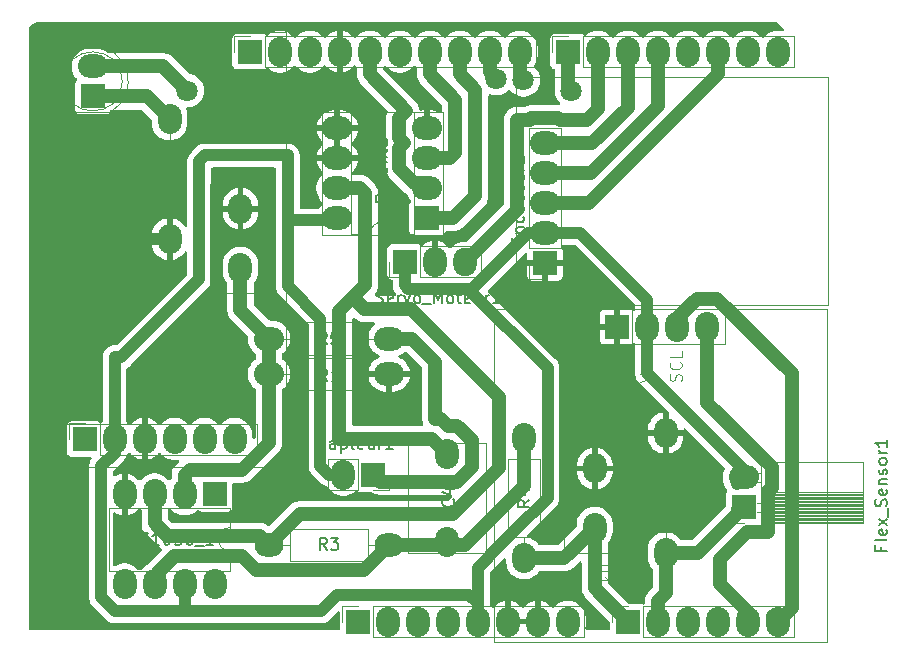
<source format=gbr>
%TF.GenerationSoftware,KiCad,Pcbnew,9.0.0*%
%TF.CreationDate,2025-03-23T22:37:41+01:00*%
%TF.ProjectId,1,312e6b69-6361-4645-9f70-636258585858,rev?*%
%TF.SameCoordinates,Original*%
%TF.FileFunction,Legend,Top*%
%TF.FilePolarity,Positive*%
%FSLAX46Y46*%
G04 Gerber Fmt 4.6, Leading zero omitted, Abs format (unit mm)*
G04 Created by KiCad (PCBNEW 9.0.0) date 2025-03-23 22:37:41*
%MOMM*%
%LPD*%
G01*
G04 APERTURE LIST*
%ADD10C,0.150000*%
%ADD11C,0.100000*%
%ADD12C,0.120000*%
%TA.AperFunction,ComponentPad*%
%ADD13R,2.000000X2.000000*%
%TD*%
%TA.AperFunction,ComponentPad*%
%ADD14O,2.000000X2.540000*%
%TD*%
%TA.AperFunction,ComponentPad*%
%ADD15O,2.540000X2.000000*%
%TD*%
%TA.AperFunction,ComponentPad*%
%ADD16O,2.000000X2.400000*%
%TD*%
%TA.AperFunction,ComponentPad*%
%ADD17O,2.450000X2.000000*%
%TD*%
%TA.AperFunction,ViaPad*%
%ADD18C,1.800000*%
%TD*%
%TA.AperFunction,Conductor*%
%ADD19C,1.000000*%
%TD*%
%TA.AperFunction,Conductor*%
%ADD20C,1.200000*%
%TD*%
G04 APERTURE END LIST*
D10*
X142454819Y-87166666D02*
X141978628Y-87499999D01*
X142454819Y-87738094D02*
X141454819Y-87738094D01*
X141454819Y-87738094D02*
X141454819Y-87357142D01*
X141454819Y-87357142D02*
X141502438Y-87261904D01*
X141502438Y-87261904D02*
X141550057Y-87214285D01*
X141550057Y-87214285D02*
X141645295Y-87166666D01*
X141645295Y-87166666D02*
X141788152Y-87166666D01*
X141788152Y-87166666D02*
X141883390Y-87214285D01*
X141883390Y-87214285D02*
X141931009Y-87261904D01*
X141931009Y-87261904D02*
X141978628Y-87357142D01*
X141978628Y-87357142D02*
X141978628Y-87738094D01*
X141788152Y-86309523D02*
X142454819Y-86309523D01*
X141407200Y-86547618D02*
X142121485Y-86785713D01*
X142121485Y-86785713D02*
X142121485Y-86166666D01*
X130444819Y-61902857D02*
X129444819Y-61902857D01*
X129444819Y-61902857D02*
X129444819Y-61521905D01*
X129444819Y-61521905D02*
X129492438Y-61426667D01*
X129492438Y-61426667D02*
X129540057Y-61379048D01*
X129540057Y-61379048D02*
X129635295Y-61331429D01*
X129635295Y-61331429D02*
X129778152Y-61331429D01*
X129778152Y-61331429D02*
X129873390Y-61379048D01*
X129873390Y-61379048D02*
X129921009Y-61426667D01*
X129921009Y-61426667D02*
X129968628Y-61521905D01*
X129968628Y-61521905D02*
X129968628Y-61902857D01*
X130444819Y-60760000D02*
X130397200Y-60855238D01*
X130397200Y-60855238D02*
X130349580Y-60902857D01*
X130349580Y-60902857D02*
X130254342Y-60950476D01*
X130254342Y-60950476D02*
X129968628Y-60950476D01*
X129968628Y-60950476D02*
X129873390Y-60902857D01*
X129873390Y-60902857D02*
X129825771Y-60855238D01*
X129825771Y-60855238D02*
X129778152Y-60760000D01*
X129778152Y-60760000D02*
X129778152Y-60617143D01*
X129778152Y-60617143D02*
X129825771Y-60521905D01*
X129825771Y-60521905D02*
X129873390Y-60474286D01*
X129873390Y-60474286D02*
X129968628Y-60426667D01*
X129968628Y-60426667D02*
X130254342Y-60426667D01*
X130254342Y-60426667D02*
X130349580Y-60474286D01*
X130349580Y-60474286D02*
X130397200Y-60521905D01*
X130397200Y-60521905D02*
X130444819Y-60617143D01*
X130444819Y-60617143D02*
X130444819Y-60760000D01*
X129778152Y-60140952D02*
X129778152Y-59760000D01*
X129444819Y-59998095D02*
X130301961Y-59998095D01*
X130301961Y-59998095D02*
X130397200Y-59950476D01*
X130397200Y-59950476D02*
X130444819Y-59855238D01*
X130444819Y-59855238D02*
X130444819Y-59760000D01*
X130397200Y-59045714D02*
X130444819Y-59140952D01*
X130444819Y-59140952D02*
X130444819Y-59331428D01*
X130444819Y-59331428D02*
X130397200Y-59426666D01*
X130397200Y-59426666D02*
X130301961Y-59474285D01*
X130301961Y-59474285D02*
X129921009Y-59474285D01*
X129921009Y-59474285D02*
X129825771Y-59426666D01*
X129825771Y-59426666D02*
X129778152Y-59331428D01*
X129778152Y-59331428D02*
X129778152Y-59140952D01*
X129778152Y-59140952D02*
X129825771Y-59045714D01*
X129825771Y-59045714D02*
X129921009Y-58998095D01*
X129921009Y-58998095D02*
X130016247Y-58998095D01*
X130016247Y-58998095D02*
X130111485Y-59474285D01*
X129778152Y-58569523D02*
X130444819Y-58569523D01*
X129873390Y-58569523D02*
X129825771Y-58521904D01*
X129825771Y-58521904D02*
X129778152Y-58426666D01*
X129778152Y-58426666D02*
X129778152Y-58283809D01*
X129778152Y-58283809D02*
X129825771Y-58188571D01*
X129825771Y-58188571D02*
X129921009Y-58140952D01*
X129921009Y-58140952D02*
X130444819Y-58140952D01*
X129778152Y-57807618D02*
X129778152Y-57426666D01*
X129444819Y-57664761D02*
X130301961Y-57664761D01*
X130301961Y-57664761D02*
X130397200Y-57617142D01*
X130397200Y-57617142D02*
X130444819Y-57521904D01*
X130444819Y-57521904D02*
X130444819Y-57426666D01*
X129444819Y-57188570D02*
X129444819Y-56569523D01*
X129444819Y-56569523D02*
X129825771Y-56902856D01*
X129825771Y-56902856D02*
X129825771Y-56759999D01*
X129825771Y-56759999D02*
X129873390Y-56664761D01*
X129873390Y-56664761D02*
X129921009Y-56617142D01*
X129921009Y-56617142D02*
X130016247Y-56569523D01*
X130016247Y-56569523D02*
X130254342Y-56569523D01*
X130254342Y-56569523D02*
X130349580Y-56617142D01*
X130349580Y-56617142D02*
X130397200Y-56664761D01*
X130397200Y-56664761D02*
X130444819Y-56759999D01*
X130444819Y-56759999D02*
X130444819Y-57045713D01*
X130444819Y-57045713D02*
X130397200Y-57140951D01*
X130397200Y-57140951D02*
X130349580Y-57188570D01*
X129499713Y-70455200D02*
X129642570Y-70502819D01*
X129642570Y-70502819D02*
X129880665Y-70502819D01*
X129880665Y-70502819D02*
X129975903Y-70455200D01*
X129975903Y-70455200D02*
X130023522Y-70407580D01*
X130023522Y-70407580D02*
X130071141Y-70312342D01*
X130071141Y-70312342D02*
X130071141Y-70217104D01*
X130071141Y-70217104D02*
X130023522Y-70121866D01*
X130023522Y-70121866D02*
X129975903Y-70074247D01*
X129975903Y-70074247D02*
X129880665Y-70026628D01*
X129880665Y-70026628D02*
X129690189Y-69979009D01*
X129690189Y-69979009D02*
X129594951Y-69931390D01*
X129594951Y-69931390D02*
X129547332Y-69883771D01*
X129547332Y-69883771D02*
X129499713Y-69788533D01*
X129499713Y-69788533D02*
X129499713Y-69693295D01*
X129499713Y-69693295D02*
X129547332Y-69598057D01*
X129547332Y-69598057D02*
X129594951Y-69550438D01*
X129594951Y-69550438D02*
X129690189Y-69502819D01*
X129690189Y-69502819D02*
X129928284Y-69502819D01*
X129928284Y-69502819D02*
X130071141Y-69550438D01*
X130880665Y-70455200D02*
X130785427Y-70502819D01*
X130785427Y-70502819D02*
X130594951Y-70502819D01*
X130594951Y-70502819D02*
X130499713Y-70455200D01*
X130499713Y-70455200D02*
X130452094Y-70359961D01*
X130452094Y-70359961D02*
X130452094Y-69979009D01*
X130452094Y-69979009D02*
X130499713Y-69883771D01*
X130499713Y-69883771D02*
X130594951Y-69836152D01*
X130594951Y-69836152D02*
X130785427Y-69836152D01*
X130785427Y-69836152D02*
X130880665Y-69883771D01*
X130880665Y-69883771D02*
X130928284Y-69979009D01*
X130928284Y-69979009D02*
X130928284Y-70074247D01*
X130928284Y-70074247D02*
X130452094Y-70169485D01*
X131356856Y-70502819D02*
X131356856Y-69836152D01*
X131356856Y-70026628D02*
X131404475Y-69931390D01*
X131404475Y-69931390D02*
X131452094Y-69883771D01*
X131452094Y-69883771D02*
X131547332Y-69836152D01*
X131547332Y-69836152D02*
X131642570Y-69836152D01*
X131880666Y-69836152D02*
X132118761Y-70502819D01*
X132118761Y-70502819D02*
X132356856Y-69836152D01*
X132880666Y-70502819D02*
X132785428Y-70455200D01*
X132785428Y-70455200D02*
X132737809Y-70407580D01*
X132737809Y-70407580D02*
X132690190Y-70312342D01*
X132690190Y-70312342D02*
X132690190Y-70026628D01*
X132690190Y-70026628D02*
X132737809Y-69931390D01*
X132737809Y-69931390D02*
X132785428Y-69883771D01*
X132785428Y-69883771D02*
X132880666Y-69836152D01*
X132880666Y-69836152D02*
X133023523Y-69836152D01*
X133023523Y-69836152D02*
X133118761Y-69883771D01*
X133118761Y-69883771D02*
X133166380Y-69931390D01*
X133166380Y-69931390D02*
X133213999Y-70026628D01*
X133213999Y-70026628D02*
X133213999Y-70312342D01*
X133213999Y-70312342D02*
X133166380Y-70407580D01*
X133166380Y-70407580D02*
X133118761Y-70455200D01*
X133118761Y-70455200D02*
X133023523Y-70502819D01*
X133023523Y-70502819D02*
X132880666Y-70502819D01*
X133404476Y-70598057D02*
X134166380Y-70598057D01*
X134404476Y-70502819D02*
X134404476Y-69502819D01*
X134404476Y-69502819D02*
X134737809Y-70217104D01*
X134737809Y-70217104D02*
X135071142Y-69502819D01*
X135071142Y-69502819D02*
X135071142Y-70502819D01*
X135690190Y-70502819D02*
X135594952Y-70455200D01*
X135594952Y-70455200D02*
X135547333Y-70407580D01*
X135547333Y-70407580D02*
X135499714Y-70312342D01*
X135499714Y-70312342D02*
X135499714Y-70026628D01*
X135499714Y-70026628D02*
X135547333Y-69931390D01*
X135547333Y-69931390D02*
X135594952Y-69883771D01*
X135594952Y-69883771D02*
X135690190Y-69836152D01*
X135690190Y-69836152D02*
X135833047Y-69836152D01*
X135833047Y-69836152D02*
X135928285Y-69883771D01*
X135928285Y-69883771D02*
X135975904Y-69931390D01*
X135975904Y-69931390D02*
X136023523Y-70026628D01*
X136023523Y-70026628D02*
X136023523Y-70312342D01*
X136023523Y-70312342D02*
X135975904Y-70407580D01*
X135975904Y-70407580D02*
X135928285Y-70455200D01*
X135928285Y-70455200D02*
X135833047Y-70502819D01*
X135833047Y-70502819D02*
X135690190Y-70502819D01*
X136309238Y-69836152D02*
X136690190Y-69836152D01*
X136452095Y-69502819D02*
X136452095Y-70359961D01*
X136452095Y-70359961D02*
X136499714Y-70455200D01*
X136499714Y-70455200D02*
X136594952Y-70502819D01*
X136594952Y-70502819D02*
X136690190Y-70502819D01*
X137404476Y-70455200D02*
X137309238Y-70502819D01*
X137309238Y-70502819D02*
X137118762Y-70502819D01*
X137118762Y-70502819D02*
X137023524Y-70455200D01*
X137023524Y-70455200D02*
X136975905Y-70359961D01*
X136975905Y-70359961D02*
X136975905Y-69979009D01*
X136975905Y-69979009D02*
X137023524Y-69883771D01*
X137023524Y-69883771D02*
X137118762Y-69836152D01*
X137118762Y-69836152D02*
X137309238Y-69836152D01*
X137309238Y-69836152D02*
X137404476Y-69883771D01*
X137404476Y-69883771D02*
X137452095Y-69979009D01*
X137452095Y-69979009D02*
X137452095Y-70074247D01*
X137452095Y-70074247D02*
X136975905Y-70169485D01*
X138309238Y-69836152D02*
X138309238Y-70502819D01*
X137880667Y-69836152D02*
X137880667Y-70359961D01*
X137880667Y-70359961D02*
X137928286Y-70455200D01*
X137928286Y-70455200D02*
X138023524Y-70502819D01*
X138023524Y-70502819D02*
X138166381Y-70502819D01*
X138166381Y-70502819D02*
X138261619Y-70455200D01*
X138261619Y-70455200D02*
X138309238Y-70407580D01*
X138785429Y-70502819D02*
X138785429Y-69836152D01*
X138785429Y-70026628D02*
X138833048Y-69931390D01*
X138833048Y-69931390D02*
X138880667Y-69883771D01*
X138880667Y-69883771D02*
X138975905Y-69836152D01*
X138975905Y-69836152D02*
X139071143Y-69836152D01*
X139928286Y-70502819D02*
X139356858Y-70502819D01*
X139642572Y-70502819D02*
X139642572Y-69502819D01*
X139642572Y-69502819D02*
X139547334Y-69645676D01*
X139547334Y-69645676D02*
X139452096Y-69740914D01*
X139452096Y-69740914D02*
X139356858Y-69788533D01*
X172215009Y-91117334D02*
X172215009Y-91450667D01*
X172738819Y-91450667D02*
X171738819Y-91450667D01*
X171738819Y-91450667D02*
X171738819Y-90974477D01*
X172738819Y-90450667D02*
X172691200Y-90545905D01*
X172691200Y-90545905D02*
X172595961Y-90593524D01*
X172595961Y-90593524D02*
X171738819Y-90593524D01*
X172691200Y-89688762D02*
X172738819Y-89784000D01*
X172738819Y-89784000D02*
X172738819Y-89974476D01*
X172738819Y-89974476D02*
X172691200Y-90069714D01*
X172691200Y-90069714D02*
X172595961Y-90117333D01*
X172595961Y-90117333D02*
X172215009Y-90117333D01*
X172215009Y-90117333D02*
X172119771Y-90069714D01*
X172119771Y-90069714D02*
X172072152Y-89974476D01*
X172072152Y-89974476D02*
X172072152Y-89784000D01*
X172072152Y-89784000D02*
X172119771Y-89688762D01*
X172119771Y-89688762D02*
X172215009Y-89641143D01*
X172215009Y-89641143D02*
X172310247Y-89641143D01*
X172310247Y-89641143D02*
X172405485Y-90117333D01*
X172738819Y-89307809D02*
X172072152Y-88784000D01*
X172072152Y-89307809D02*
X172738819Y-88784000D01*
X172834057Y-88641143D02*
X172834057Y-87879238D01*
X172691200Y-87688761D02*
X172738819Y-87545904D01*
X172738819Y-87545904D02*
X172738819Y-87307809D01*
X172738819Y-87307809D02*
X172691200Y-87212571D01*
X172691200Y-87212571D02*
X172643580Y-87164952D01*
X172643580Y-87164952D02*
X172548342Y-87117333D01*
X172548342Y-87117333D02*
X172453104Y-87117333D01*
X172453104Y-87117333D02*
X172357866Y-87164952D01*
X172357866Y-87164952D02*
X172310247Y-87212571D01*
X172310247Y-87212571D02*
X172262628Y-87307809D01*
X172262628Y-87307809D02*
X172215009Y-87498285D01*
X172215009Y-87498285D02*
X172167390Y-87593523D01*
X172167390Y-87593523D02*
X172119771Y-87641142D01*
X172119771Y-87641142D02*
X172024533Y-87688761D01*
X172024533Y-87688761D02*
X171929295Y-87688761D01*
X171929295Y-87688761D02*
X171834057Y-87641142D01*
X171834057Y-87641142D02*
X171786438Y-87593523D01*
X171786438Y-87593523D02*
X171738819Y-87498285D01*
X171738819Y-87498285D02*
X171738819Y-87260190D01*
X171738819Y-87260190D02*
X171786438Y-87117333D01*
X172691200Y-86307809D02*
X172738819Y-86403047D01*
X172738819Y-86403047D02*
X172738819Y-86593523D01*
X172738819Y-86593523D02*
X172691200Y-86688761D01*
X172691200Y-86688761D02*
X172595961Y-86736380D01*
X172595961Y-86736380D02*
X172215009Y-86736380D01*
X172215009Y-86736380D02*
X172119771Y-86688761D01*
X172119771Y-86688761D02*
X172072152Y-86593523D01*
X172072152Y-86593523D02*
X172072152Y-86403047D01*
X172072152Y-86403047D02*
X172119771Y-86307809D01*
X172119771Y-86307809D02*
X172215009Y-86260190D01*
X172215009Y-86260190D02*
X172310247Y-86260190D01*
X172310247Y-86260190D02*
X172405485Y-86736380D01*
X172072152Y-85831618D02*
X172738819Y-85831618D01*
X172167390Y-85831618D02*
X172119771Y-85783999D01*
X172119771Y-85783999D02*
X172072152Y-85688761D01*
X172072152Y-85688761D02*
X172072152Y-85545904D01*
X172072152Y-85545904D02*
X172119771Y-85450666D01*
X172119771Y-85450666D02*
X172215009Y-85403047D01*
X172215009Y-85403047D02*
X172738819Y-85403047D01*
X172691200Y-84974475D02*
X172738819Y-84879237D01*
X172738819Y-84879237D02*
X172738819Y-84688761D01*
X172738819Y-84688761D02*
X172691200Y-84593523D01*
X172691200Y-84593523D02*
X172595961Y-84545904D01*
X172595961Y-84545904D02*
X172548342Y-84545904D01*
X172548342Y-84545904D02*
X172453104Y-84593523D01*
X172453104Y-84593523D02*
X172405485Y-84688761D01*
X172405485Y-84688761D02*
X172405485Y-84831618D01*
X172405485Y-84831618D02*
X172357866Y-84926856D01*
X172357866Y-84926856D02*
X172262628Y-84974475D01*
X172262628Y-84974475D02*
X172215009Y-84974475D01*
X172215009Y-84974475D02*
X172119771Y-84926856D01*
X172119771Y-84926856D02*
X172072152Y-84831618D01*
X172072152Y-84831618D02*
X172072152Y-84688761D01*
X172072152Y-84688761D02*
X172119771Y-84593523D01*
X172738819Y-83974475D02*
X172691200Y-84069713D01*
X172691200Y-84069713D02*
X172643580Y-84117332D01*
X172643580Y-84117332D02*
X172548342Y-84164951D01*
X172548342Y-84164951D02*
X172262628Y-84164951D01*
X172262628Y-84164951D02*
X172167390Y-84117332D01*
X172167390Y-84117332D02*
X172119771Y-84069713D01*
X172119771Y-84069713D02*
X172072152Y-83974475D01*
X172072152Y-83974475D02*
X172072152Y-83831618D01*
X172072152Y-83831618D02*
X172119771Y-83736380D01*
X172119771Y-83736380D02*
X172167390Y-83688761D01*
X172167390Y-83688761D02*
X172262628Y-83641142D01*
X172262628Y-83641142D02*
X172548342Y-83641142D01*
X172548342Y-83641142D02*
X172643580Y-83688761D01*
X172643580Y-83688761D02*
X172691200Y-83736380D01*
X172691200Y-83736380D02*
X172738819Y-83831618D01*
X172738819Y-83831618D02*
X172738819Y-83974475D01*
X172738819Y-83212570D02*
X172072152Y-83212570D01*
X172262628Y-83212570D02*
X172167390Y-83164951D01*
X172167390Y-83164951D02*
X172119771Y-83117332D01*
X172119771Y-83117332D02*
X172072152Y-83022094D01*
X172072152Y-83022094D02*
X172072152Y-82926856D01*
X172738819Y-82069713D02*
X172738819Y-82641141D01*
X172738819Y-82355427D02*
X171738819Y-82355427D01*
X171738819Y-82355427D02*
X171881676Y-82450665D01*
X171881676Y-82450665D02*
X171976914Y-82545903D01*
X171976914Y-82545903D02*
X172024533Y-82641141D01*
X117913333Y-65359580D02*
X117865714Y-65407200D01*
X117865714Y-65407200D02*
X117722857Y-65454819D01*
X117722857Y-65454819D02*
X117627619Y-65454819D01*
X117627619Y-65454819D02*
X117484762Y-65407200D01*
X117484762Y-65407200D02*
X117389524Y-65311961D01*
X117389524Y-65311961D02*
X117341905Y-65216723D01*
X117341905Y-65216723D02*
X117294286Y-65026247D01*
X117294286Y-65026247D02*
X117294286Y-64883390D01*
X117294286Y-64883390D02*
X117341905Y-64692914D01*
X117341905Y-64692914D02*
X117389524Y-64597676D01*
X117389524Y-64597676D02*
X117484762Y-64502438D01*
X117484762Y-64502438D02*
X117627619Y-64454819D01*
X117627619Y-64454819D02*
X117722857Y-64454819D01*
X117722857Y-64454819D02*
X117865714Y-64502438D01*
X117865714Y-64502438D02*
X117913333Y-64550057D01*
X118865714Y-65454819D02*
X118294286Y-65454819D01*
X118580000Y-65454819D02*
X118580000Y-64454819D01*
X118580000Y-64454819D02*
X118484762Y-64597676D01*
X118484762Y-64597676D02*
X118389524Y-64692914D01*
X118389524Y-64692914D02*
X118294286Y-64740533D01*
X125313333Y-91374819D02*
X124980000Y-90898628D01*
X124741905Y-91374819D02*
X124741905Y-90374819D01*
X124741905Y-90374819D02*
X125122857Y-90374819D01*
X125122857Y-90374819D02*
X125218095Y-90422438D01*
X125218095Y-90422438D02*
X125265714Y-90470057D01*
X125265714Y-90470057D02*
X125313333Y-90565295D01*
X125313333Y-90565295D02*
X125313333Y-90708152D01*
X125313333Y-90708152D02*
X125265714Y-90803390D01*
X125265714Y-90803390D02*
X125218095Y-90851009D01*
X125218095Y-90851009D02*
X125122857Y-90898628D01*
X125122857Y-90898628D02*
X124741905Y-90898628D01*
X125646667Y-90374819D02*
X126265714Y-90374819D01*
X126265714Y-90374819D02*
X125932381Y-90755771D01*
X125932381Y-90755771D02*
X126075238Y-90755771D01*
X126075238Y-90755771D02*
X126170476Y-90803390D01*
X126170476Y-90803390D02*
X126218095Y-90851009D01*
X126218095Y-90851009D02*
X126265714Y-90946247D01*
X126265714Y-90946247D02*
X126265714Y-91184342D01*
X126265714Y-91184342D02*
X126218095Y-91279580D01*
X126218095Y-91279580D02*
X126170476Y-91327200D01*
X126170476Y-91327200D02*
X126075238Y-91374819D01*
X126075238Y-91374819D02*
X125789524Y-91374819D01*
X125789524Y-91374819D02*
X125694286Y-91327200D01*
X125694286Y-91327200D02*
X125646667Y-91279580D01*
X125353333Y-77084819D02*
X125020000Y-76608628D01*
X124781905Y-77084819D02*
X124781905Y-76084819D01*
X124781905Y-76084819D02*
X125162857Y-76084819D01*
X125162857Y-76084819D02*
X125258095Y-76132438D01*
X125258095Y-76132438D02*
X125305714Y-76180057D01*
X125305714Y-76180057D02*
X125353333Y-76275295D01*
X125353333Y-76275295D02*
X125353333Y-76418152D01*
X125353333Y-76418152D02*
X125305714Y-76513390D01*
X125305714Y-76513390D02*
X125258095Y-76561009D01*
X125258095Y-76561009D02*
X125162857Y-76608628D01*
X125162857Y-76608628D02*
X124781905Y-76608628D01*
X126305714Y-77084819D02*
X125734286Y-77084819D01*
X126020000Y-77084819D02*
X126020000Y-76084819D01*
X126020000Y-76084819D02*
X125924762Y-76227676D01*
X125924762Y-76227676D02*
X125829524Y-76322914D01*
X125829524Y-76322914D02*
X125734286Y-76370533D01*
X110562666Y-78660819D02*
X110562666Y-79375104D01*
X110562666Y-79375104D02*
X110515047Y-79517961D01*
X110515047Y-79517961D02*
X110419809Y-79613200D01*
X110419809Y-79613200D02*
X110276952Y-79660819D01*
X110276952Y-79660819D02*
X110181714Y-79660819D01*
X111515047Y-78660819D02*
X111038857Y-78660819D01*
X111038857Y-78660819D02*
X110991238Y-79137009D01*
X110991238Y-79137009D02*
X111038857Y-79089390D01*
X111038857Y-79089390D02*
X111134095Y-79041771D01*
X111134095Y-79041771D02*
X111372190Y-79041771D01*
X111372190Y-79041771D02*
X111467428Y-79089390D01*
X111467428Y-79089390D02*
X111515047Y-79137009D01*
X111515047Y-79137009D02*
X111562666Y-79232247D01*
X111562666Y-79232247D02*
X111562666Y-79470342D01*
X111562666Y-79470342D02*
X111515047Y-79565580D01*
X111515047Y-79565580D02*
X111467428Y-79613200D01*
X111467428Y-79613200D02*
X111372190Y-79660819D01*
X111372190Y-79660819D02*
X111134095Y-79660819D01*
X111134095Y-79660819D02*
X111038857Y-79613200D01*
X111038857Y-79613200D02*
X110991238Y-79565580D01*
D11*
X149182580Y-92652095D02*
X148373057Y-92652095D01*
X148373057Y-92652095D02*
X148277819Y-92699714D01*
X148277819Y-92699714D02*
X148230200Y-92747333D01*
X148230200Y-92747333D02*
X148182580Y-92842571D01*
X148182580Y-92842571D02*
X148182580Y-93033047D01*
X148182580Y-93033047D02*
X148230200Y-93128285D01*
X148230200Y-93128285D02*
X148277819Y-93175904D01*
X148277819Y-93175904D02*
X148373057Y-93223523D01*
X148373057Y-93223523D02*
X149182580Y-93223523D01*
X148182580Y-94223523D02*
X148182580Y-93652095D01*
X148182580Y-93937809D02*
X149182580Y-93937809D01*
X149182580Y-93937809D02*
X149039723Y-93842571D01*
X149039723Y-93842571D02*
X148944485Y-93747333D01*
X148944485Y-93747333D02*
X148896866Y-93652095D01*
X151800419Y-77164972D02*
X152800419Y-76831639D01*
X152800419Y-76831639D02*
X151800419Y-76498306D01*
X152752800Y-75736401D02*
X152800419Y-75831639D01*
X152800419Y-75831639D02*
X152800419Y-76022115D01*
X152800419Y-76022115D02*
X152752800Y-76117353D01*
X152752800Y-76117353D02*
X152705180Y-76164972D01*
X152705180Y-76164972D02*
X152609942Y-76212591D01*
X152609942Y-76212591D02*
X152324228Y-76212591D01*
X152324228Y-76212591D02*
X152228990Y-76164972D01*
X152228990Y-76164972D02*
X152181371Y-76117353D01*
X152181371Y-76117353D02*
X152133752Y-76022115D01*
X152133752Y-76022115D02*
X152133752Y-75831639D01*
X152133752Y-75831639D02*
X152181371Y-75736401D01*
X152752800Y-74879258D02*
X152800419Y-74974496D01*
X152800419Y-74974496D02*
X152800419Y-75164972D01*
X152800419Y-75164972D02*
X152752800Y-75260210D01*
X152752800Y-75260210D02*
X152705180Y-75307829D01*
X152705180Y-75307829D02*
X152609942Y-75355448D01*
X152609942Y-75355448D02*
X152324228Y-75355448D01*
X152324228Y-75355448D02*
X152228990Y-75307829D01*
X152228990Y-75307829D02*
X152181371Y-75260210D01*
X152181371Y-75260210D02*
X152133752Y-75164972D01*
X152133752Y-75164972D02*
X152133752Y-74974496D01*
X152133752Y-74974496D02*
X152181371Y-74879258D01*
X155292800Y-77069734D02*
X155340419Y-76926877D01*
X155340419Y-76926877D02*
X155340419Y-76688782D01*
X155340419Y-76688782D02*
X155292800Y-76593544D01*
X155292800Y-76593544D02*
X155245180Y-76545925D01*
X155245180Y-76545925D02*
X155149942Y-76498306D01*
X155149942Y-76498306D02*
X155054704Y-76498306D01*
X155054704Y-76498306D02*
X154959466Y-76545925D01*
X154959466Y-76545925D02*
X154911847Y-76593544D01*
X154911847Y-76593544D02*
X154864228Y-76688782D01*
X154864228Y-76688782D02*
X154816609Y-76879258D01*
X154816609Y-76879258D02*
X154768990Y-76974496D01*
X154768990Y-76974496D02*
X154721371Y-77022115D01*
X154721371Y-77022115D02*
X154626133Y-77069734D01*
X154626133Y-77069734D02*
X154530895Y-77069734D01*
X154530895Y-77069734D02*
X154435657Y-77022115D01*
X154435657Y-77022115D02*
X154388038Y-76974496D01*
X154388038Y-76974496D02*
X154340419Y-76879258D01*
X154340419Y-76879258D02*
X154340419Y-76641163D01*
X154340419Y-76641163D02*
X154388038Y-76498306D01*
X155245180Y-75498306D02*
X155292800Y-75545925D01*
X155292800Y-75545925D02*
X155340419Y-75688782D01*
X155340419Y-75688782D02*
X155340419Y-75784020D01*
X155340419Y-75784020D02*
X155292800Y-75926877D01*
X155292800Y-75926877D02*
X155197561Y-76022115D01*
X155197561Y-76022115D02*
X155102323Y-76069734D01*
X155102323Y-76069734D02*
X154911847Y-76117353D01*
X154911847Y-76117353D02*
X154768990Y-76117353D01*
X154768990Y-76117353D02*
X154578514Y-76069734D01*
X154578514Y-76069734D02*
X154483276Y-76022115D01*
X154483276Y-76022115D02*
X154388038Y-75926877D01*
X154388038Y-75926877D02*
X154340419Y-75784020D01*
X154340419Y-75784020D02*
X154340419Y-75688782D01*
X154340419Y-75688782D02*
X154388038Y-75545925D01*
X154388038Y-75545925D02*
X154435657Y-75498306D01*
X155340419Y-74593544D02*
X155340419Y-75069734D01*
X155340419Y-75069734D02*
X154340419Y-75069734D01*
X157832800Y-77069734D02*
X157880419Y-76926877D01*
X157880419Y-76926877D02*
X157880419Y-76688782D01*
X157880419Y-76688782D02*
X157832800Y-76593544D01*
X157832800Y-76593544D02*
X157785180Y-76545925D01*
X157785180Y-76545925D02*
X157689942Y-76498306D01*
X157689942Y-76498306D02*
X157594704Y-76498306D01*
X157594704Y-76498306D02*
X157499466Y-76545925D01*
X157499466Y-76545925D02*
X157451847Y-76593544D01*
X157451847Y-76593544D02*
X157404228Y-76688782D01*
X157404228Y-76688782D02*
X157356609Y-76879258D01*
X157356609Y-76879258D02*
X157308990Y-76974496D01*
X157308990Y-76974496D02*
X157261371Y-77022115D01*
X157261371Y-77022115D02*
X157166133Y-77069734D01*
X157166133Y-77069734D02*
X157070895Y-77069734D01*
X157070895Y-77069734D02*
X156975657Y-77022115D01*
X156975657Y-77022115D02*
X156928038Y-76974496D01*
X156928038Y-76974496D02*
X156880419Y-76879258D01*
X156880419Y-76879258D02*
X156880419Y-76641163D01*
X156880419Y-76641163D02*
X156928038Y-76498306D01*
X157880419Y-76069734D02*
X156880419Y-76069734D01*
X156880419Y-76069734D02*
X156880419Y-75831639D01*
X156880419Y-75831639D02*
X156928038Y-75688782D01*
X156928038Y-75688782D02*
X157023276Y-75593544D01*
X157023276Y-75593544D02*
X157118514Y-75545925D01*
X157118514Y-75545925D02*
X157308990Y-75498306D01*
X157308990Y-75498306D02*
X157451847Y-75498306D01*
X157451847Y-75498306D02*
X157642323Y-75545925D01*
X157642323Y-75545925D02*
X157737561Y-75593544D01*
X157737561Y-75593544D02*
X157832800Y-75688782D01*
X157832800Y-75688782D02*
X157880419Y-75831639D01*
X157880419Y-75831639D02*
X157880419Y-76069734D01*
X157594704Y-75117353D02*
X157594704Y-74641163D01*
X157880419Y-75212591D02*
X156880419Y-74879258D01*
X156880419Y-74879258D02*
X157880419Y-74545925D01*
X149562038Y-76498306D02*
X149514419Y-76593544D01*
X149514419Y-76593544D02*
X149514419Y-76736401D01*
X149514419Y-76736401D02*
X149562038Y-76879258D01*
X149562038Y-76879258D02*
X149657276Y-76974496D01*
X149657276Y-76974496D02*
X149752514Y-77022115D01*
X149752514Y-77022115D02*
X149942990Y-77069734D01*
X149942990Y-77069734D02*
X150085847Y-77069734D01*
X150085847Y-77069734D02*
X150276323Y-77022115D01*
X150276323Y-77022115D02*
X150371561Y-76974496D01*
X150371561Y-76974496D02*
X150466800Y-76879258D01*
X150466800Y-76879258D02*
X150514419Y-76736401D01*
X150514419Y-76736401D02*
X150514419Y-76641163D01*
X150514419Y-76641163D02*
X150466800Y-76498306D01*
X150466800Y-76498306D02*
X150419180Y-76450687D01*
X150419180Y-76450687D02*
X150085847Y-76450687D01*
X150085847Y-76450687D02*
X150085847Y-76641163D01*
X150514419Y-76022115D02*
X149514419Y-76022115D01*
X149514419Y-76022115D02*
X150514419Y-75450687D01*
X150514419Y-75450687D02*
X149514419Y-75450687D01*
X150514419Y-74974496D02*
X149514419Y-74974496D01*
X149514419Y-74974496D02*
X149514419Y-74736401D01*
X149514419Y-74736401D02*
X149562038Y-74593544D01*
X149562038Y-74593544D02*
X149657276Y-74498306D01*
X149657276Y-74498306D02*
X149752514Y-74450687D01*
X149752514Y-74450687D02*
X149942990Y-74403068D01*
X149942990Y-74403068D02*
X150085847Y-74403068D01*
X150085847Y-74403068D02*
X150276323Y-74450687D01*
X150276323Y-74450687D02*
X150371561Y-74498306D01*
X150371561Y-74498306D02*
X150466800Y-74593544D01*
X150466800Y-74593544D02*
X150514419Y-74736401D01*
X150514419Y-74736401D02*
X150514419Y-74974496D01*
D10*
X125313333Y-73974819D02*
X124980000Y-73498628D01*
X124741905Y-73974819D02*
X124741905Y-72974819D01*
X124741905Y-72974819D02*
X125122857Y-72974819D01*
X125122857Y-72974819D02*
X125218095Y-73022438D01*
X125218095Y-73022438D02*
X125265714Y-73070057D01*
X125265714Y-73070057D02*
X125313333Y-73165295D01*
X125313333Y-73165295D02*
X125313333Y-73308152D01*
X125313333Y-73308152D02*
X125265714Y-73403390D01*
X125265714Y-73403390D02*
X125218095Y-73451009D01*
X125218095Y-73451009D02*
X125122857Y-73498628D01*
X125122857Y-73498628D02*
X124741905Y-73498628D01*
X126218095Y-72974819D02*
X125741905Y-72974819D01*
X125741905Y-72974819D02*
X125694286Y-73451009D01*
X125694286Y-73451009D02*
X125741905Y-73403390D01*
X125741905Y-73403390D02*
X125837143Y-73355771D01*
X125837143Y-73355771D02*
X126075238Y-73355771D01*
X126075238Y-73355771D02*
X126170476Y-73403390D01*
X126170476Y-73403390D02*
X126218095Y-73451009D01*
X126218095Y-73451009D02*
X126265714Y-73546247D01*
X126265714Y-73546247D02*
X126265714Y-73784342D01*
X126265714Y-73784342D02*
X126218095Y-73879580D01*
X126218095Y-73879580D02*
X126170476Y-73927200D01*
X126170476Y-73927200D02*
X126075238Y-73974819D01*
X126075238Y-73974819D02*
X125837143Y-73974819D01*
X125837143Y-73974819D02*
X125741905Y-73927200D01*
X125741905Y-73927200D02*
X125694286Y-73879580D01*
X108476666Y-90954819D02*
X108000476Y-90954819D01*
X108000476Y-90954819D02*
X108000476Y-89954819D01*
X108667143Y-89954819D02*
X109238571Y-89954819D01*
X108952857Y-90954819D02*
X108952857Y-89954819D01*
X110143333Y-90859580D02*
X110095714Y-90907200D01*
X110095714Y-90907200D02*
X109952857Y-90954819D01*
X109952857Y-90954819D02*
X109857619Y-90954819D01*
X109857619Y-90954819D02*
X109714762Y-90907200D01*
X109714762Y-90907200D02*
X109619524Y-90811961D01*
X109619524Y-90811961D02*
X109571905Y-90716723D01*
X109571905Y-90716723D02*
X109524286Y-90526247D01*
X109524286Y-90526247D02*
X109524286Y-90383390D01*
X109524286Y-90383390D02*
X109571905Y-90192914D01*
X109571905Y-90192914D02*
X109619524Y-90097676D01*
X109619524Y-90097676D02*
X109714762Y-90002438D01*
X109714762Y-90002438D02*
X109857619Y-89954819D01*
X109857619Y-89954819D02*
X109952857Y-89954819D01*
X109952857Y-89954819D02*
X110095714Y-90002438D01*
X110095714Y-90002438D02*
X110143333Y-90050057D01*
X111095714Y-90954819D02*
X110524286Y-90954819D01*
X110810000Y-90954819D02*
X110810000Y-89954819D01*
X110810000Y-89954819D02*
X110714762Y-90097676D01*
X110714762Y-90097676D02*
X110619524Y-90192914D01*
X110619524Y-90192914D02*
X110524286Y-90240533D01*
X111714762Y-89954819D02*
X111810000Y-89954819D01*
X111810000Y-89954819D02*
X111905238Y-90002438D01*
X111905238Y-90002438D02*
X111952857Y-90050057D01*
X111952857Y-90050057D02*
X112000476Y-90145295D01*
X112000476Y-90145295D02*
X112048095Y-90335771D01*
X112048095Y-90335771D02*
X112048095Y-90573866D01*
X112048095Y-90573866D02*
X112000476Y-90764342D01*
X112000476Y-90764342D02*
X111952857Y-90859580D01*
X111952857Y-90859580D02*
X111905238Y-90907200D01*
X111905238Y-90907200D02*
X111810000Y-90954819D01*
X111810000Y-90954819D02*
X111714762Y-90954819D01*
X111714762Y-90954819D02*
X111619524Y-90907200D01*
X111619524Y-90907200D02*
X111571905Y-90859580D01*
X111571905Y-90859580D02*
X111524286Y-90764342D01*
X111524286Y-90764342D02*
X111476667Y-90573866D01*
X111476667Y-90573866D02*
X111476667Y-90335771D01*
X111476667Y-90335771D02*
X111524286Y-90145295D01*
X111524286Y-90145295D02*
X111571905Y-90050057D01*
X111571905Y-90050057D02*
X111619524Y-90002438D01*
X111619524Y-90002438D02*
X111714762Y-89954819D01*
X112952857Y-89954819D02*
X112476667Y-89954819D01*
X112476667Y-89954819D02*
X112429048Y-90431009D01*
X112429048Y-90431009D02*
X112476667Y-90383390D01*
X112476667Y-90383390D02*
X112571905Y-90335771D01*
X112571905Y-90335771D02*
X112810000Y-90335771D01*
X112810000Y-90335771D02*
X112905238Y-90383390D01*
X112905238Y-90383390D02*
X112952857Y-90431009D01*
X112952857Y-90431009D02*
X113000476Y-90526247D01*
X113000476Y-90526247D02*
X113000476Y-90764342D01*
X113000476Y-90764342D02*
X112952857Y-90859580D01*
X112952857Y-90859580D02*
X112905238Y-90907200D01*
X112905238Y-90907200D02*
X112810000Y-90954819D01*
X112810000Y-90954819D02*
X112571905Y-90954819D01*
X112571905Y-90954819D02*
X112476667Y-90907200D01*
X112476667Y-90907200D02*
X112429048Y-90859580D01*
X113619524Y-89954819D02*
X113714762Y-89954819D01*
X113714762Y-89954819D02*
X113810000Y-90002438D01*
X113810000Y-90002438D02*
X113857619Y-90050057D01*
X113857619Y-90050057D02*
X113905238Y-90145295D01*
X113905238Y-90145295D02*
X113952857Y-90335771D01*
X113952857Y-90335771D02*
X113952857Y-90573866D01*
X113952857Y-90573866D02*
X113905238Y-90764342D01*
X113905238Y-90764342D02*
X113857619Y-90859580D01*
X113857619Y-90859580D02*
X113810000Y-90907200D01*
X113810000Y-90907200D02*
X113714762Y-90954819D01*
X113714762Y-90954819D02*
X113619524Y-90954819D01*
X113619524Y-90954819D02*
X113524286Y-90907200D01*
X113524286Y-90907200D02*
X113476667Y-90859580D01*
X113476667Y-90859580D02*
X113429048Y-90764342D01*
X113429048Y-90764342D02*
X113381429Y-90573866D01*
X113381429Y-90573866D02*
X113381429Y-90335771D01*
X113381429Y-90335771D02*
X113429048Y-90145295D01*
X113429048Y-90145295D02*
X113476667Y-90050057D01*
X113476667Y-90050057D02*
X113524286Y-90002438D01*
X113524286Y-90002438D02*
X113619524Y-89954819D01*
X114143334Y-91050057D02*
X114905238Y-91050057D01*
X115667143Y-90954819D02*
X115095715Y-90954819D01*
X115381429Y-90954819D02*
X115381429Y-89954819D01*
X115381429Y-89954819D02*
X115286191Y-90097676D01*
X115286191Y-90097676D02*
X115190953Y-90192914D01*
X115190953Y-90192914D02*
X115095715Y-90240533D01*
X101994819Y-52468094D02*
X100994819Y-52468094D01*
X100994819Y-52468094D02*
X100994819Y-52229999D01*
X100994819Y-52229999D02*
X101042438Y-52087142D01*
X101042438Y-52087142D02*
X101137676Y-51991904D01*
X101137676Y-51991904D02*
X101232914Y-51944285D01*
X101232914Y-51944285D02*
X101423390Y-51896666D01*
X101423390Y-51896666D02*
X101566247Y-51896666D01*
X101566247Y-51896666D02*
X101756723Y-51944285D01*
X101756723Y-51944285D02*
X101851961Y-51991904D01*
X101851961Y-51991904D02*
X101947200Y-52087142D01*
X101947200Y-52087142D02*
X101994819Y-52229999D01*
X101994819Y-52229999D02*
X101994819Y-52468094D01*
X101994819Y-50944285D02*
X101994819Y-51515713D01*
X101994819Y-51229999D02*
X100994819Y-51229999D01*
X100994819Y-51229999D02*
X101137676Y-51325237D01*
X101137676Y-51325237D02*
X101232914Y-51420475D01*
X101232914Y-51420475D02*
X101280533Y-51515713D01*
X141477009Y-65428666D02*
X141477009Y-65095333D01*
X142000819Y-64952476D02*
X142000819Y-65428666D01*
X142000819Y-65428666D02*
X141000819Y-65428666D01*
X141000819Y-65428666D02*
X141000819Y-64952476D01*
X141334152Y-64523904D02*
X142000819Y-64523904D01*
X141429390Y-64523904D02*
X141381771Y-64476285D01*
X141381771Y-64476285D02*
X141334152Y-64381047D01*
X141334152Y-64381047D02*
X141334152Y-64238190D01*
X141334152Y-64238190D02*
X141381771Y-64142952D01*
X141381771Y-64142952D02*
X141477009Y-64095333D01*
X141477009Y-64095333D02*
X142000819Y-64095333D01*
X141953200Y-63190571D02*
X142000819Y-63285809D01*
X142000819Y-63285809D02*
X142000819Y-63476285D01*
X142000819Y-63476285D02*
X141953200Y-63571523D01*
X141953200Y-63571523D02*
X141905580Y-63619142D01*
X141905580Y-63619142D02*
X141810342Y-63666761D01*
X141810342Y-63666761D02*
X141524628Y-63666761D01*
X141524628Y-63666761D02*
X141429390Y-63619142D01*
X141429390Y-63619142D02*
X141381771Y-63571523D01*
X141381771Y-63571523D02*
X141334152Y-63476285D01*
X141334152Y-63476285D02*
X141334152Y-63285809D01*
X141334152Y-63285809D02*
X141381771Y-63190571D01*
X142000819Y-62619142D02*
X141953200Y-62714380D01*
X141953200Y-62714380D02*
X141905580Y-62761999D01*
X141905580Y-62761999D02*
X141810342Y-62809618D01*
X141810342Y-62809618D02*
X141524628Y-62809618D01*
X141524628Y-62809618D02*
X141429390Y-62761999D01*
X141429390Y-62761999D02*
X141381771Y-62714380D01*
X141381771Y-62714380D02*
X141334152Y-62619142D01*
X141334152Y-62619142D02*
X141334152Y-62476285D01*
X141334152Y-62476285D02*
X141381771Y-62381047D01*
X141381771Y-62381047D02*
X141429390Y-62333428D01*
X141429390Y-62333428D02*
X141524628Y-62285809D01*
X141524628Y-62285809D02*
X141810342Y-62285809D01*
X141810342Y-62285809D02*
X141905580Y-62333428D01*
X141905580Y-62333428D02*
X141953200Y-62381047D01*
X141953200Y-62381047D02*
X142000819Y-62476285D01*
X142000819Y-62476285D02*
X142000819Y-62619142D01*
X142000819Y-61428666D02*
X141000819Y-61428666D01*
X141953200Y-61428666D02*
X142000819Y-61523904D01*
X142000819Y-61523904D02*
X142000819Y-61714380D01*
X142000819Y-61714380D02*
X141953200Y-61809618D01*
X141953200Y-61809618D02*
X141905580Y-61857237D01*
X141905580Y-61857237D02*
X141810342Y-61904856D01*
X141810342Y-61904856D02*
X141524628Y-61904856D01*
X141524628Y-61904856D02*
X141429390Y-61857237D01*
X141429390Y-61857237D02*
X141381771Y-61809618D01*
X141381771Y-61809618D02*
X141334152Y-61714380D01*
X141334152Y-61714380D02*
X141334152Y-61523904D01*
X141334152Y-61523904D02*
X141381771Y-61428666D01*
X141953200Y-60571523D02*
X142000819Y-60666761D01*
X142000819Y-60666761D02*
X142000819Y-60857237D01*
X142000819Y-60857237D02*
X141953200Y-60952475D01*
X141953200Y-60952475D02*
X141857961Y-61000094D01*
X141857961Y-61000094D02*
X141477009Y-61000094D01*
X141477009Y-61000094D02*
X141381771Y-60952475D01*
X141381771Y-60952475D02*
X141334152Y-60857237D01*
X141334152Y-60857237D02*
X141334152Y-60666761D01*
X141334152Y-60666761D02*
X141381771Y-60571523D01*
X141381771Y-60571523D02*
X141477009Y-60523904D01*
X141477009Y-60523904D02*
X141572247Y-60523904D01*
X141572247Y-60523904D02*
X141667485Y-61000094D01*
X141334152Y-59666761D02*
X142000819Y-59666761D01*
X141334152Y-60095332D02*
X141857961Y-60095332D01*
X141857961Y-60095332D02*
X141953200Y-60047713D01*
X141953200Y-60047713D02*
X142000819Y-59952475D01*
X142000819Y-59952475D02*
X142000819Y-59809618D01*
X142000819Y-59809618D02*
X141953200Y-59714380D01*
X141953200Y-59714380D02*
X141905580Y-59666761D01*
X142000819Y-59190570D02*
X141334152Y-59190570D01*
X141524628Y-59190570D02*
X141429390Y-59142951D01*
X141429390Y-59142951D02*
X141381771Y-59095332D01*
X141381771Y-59095332D02*
X141334152Y-59000094D01*
X141334152Y-59000094D02*
X141334152Y-58904856D01*
X142000819Y-58047713D02*
X142000819Y-58619141D01*
X142000819Y-58333427D02*
X141000819Y-58333427D01*
X141000819Y-58333427D02*
X141143676Y-58428665D01*
X141143676Y-58428665D02*
X141238914Y-58523903D01*
X141238914Y-58523903D02*
X141286533Y-58619141D01*
X147833333Y-87359580D02*
X147785714Y-87407200D01*
X147785714Y-87407200D02*
X147642857Y-87454819D01*
X147642857Y-87454819D02*
X147547619Y-87454819D01*
X147547619Y-87454819D02*
X147404762Y-87407200D01*
X147404762Y-87407200D02*
X147309524Y-87311961D01*
X147309524Y-87311961D02*
X147261905Y-87216723D01*
X147261905Y-87216723D02*
X147214286Y-87026247D01*
X147214286Y-87026247D02*
X147214286Y-86883390D01*
X147214286Y-86883390D02*
X147261905Y-86692914D01*
X147261905Y-86692914D02*
X147309524Y-86597676D01*
X147309524Y-86597676D02*
X147404762Y-86502438D01*
X147404762Y-86502438D02*
X147547619Y-86454819D01*
X147547619Y-86454819D02*
X147642857Y-86454819D01*
X147642857Y-86454819D02*
X147785714Y-86502438D01*
X147785714Y-86502438D02*
X147833333Y-86550057D01*
X148214286Y-86550057D02*
X148261905Y-86502438D01*
X148261905Y-86502438D02*
X148357143Y-86454819D01*
X148357143Y-86454819D02*
X148595238Y-86454819D01*
X148595238Y-86454819D02*
X148690476Y-86502438D01*
X148690476Y-86502438D02*
X148738095Y-86550057D01*
X148738095Y-86550057D02*
X148785714Y-86645295D01*
X148785714Y-86645295D02*
X148785714Y-86740533D01*
X148785714Y-86740533D02*
X148738095Y-86883390D01*
X148738095Y-86883390D02*
X148166667Y-87454819D01*
X148166667Y-87454819D02*
X148785714Y-87454819D01*
X135999580Y-87126666D02*
X136047200Y-87174285D01*
X136047200Y-87174285D02*
X136094819Y-87317142D01*
X136094819Y-87317142D02*
X136094819Y-87412380D01*
X136094819Y-87412380D02*
X136047200Y-87555237D01*
X136047200Y-87555237D02*
X135951961Y-87650475D01*
X135951961Y-87650475D02*
X135856723Y-87698094D01*
X135856723Y-87698094D02*
X135666247Y-87745713D01*
X135666247Y-87745713D02*
X135523390Y-87745713D01*
X135523390Y-87745713D02*
X135332914Y-87698094D01*
X135332914Y-87698094D02*
X135237676Y-87650475D01*
X135237676Y-87650475D02*
X135142438Y-87555237D01*
X135142438Y-87555237D02*
X135094819Y-87412380D01*
X135094819Y-87412380D02*
X135094819Y-87317142D01*
X135094819Y-87317142D02*
X135142438Y-87174285D01*
X135142438Y-87174285D02*
X135190057Y-87126666D01*
X135428152Y-86269523D02*
X136094819Y-86269523D01*
X135047200Y-86507618D02*
X135761485Y-86745713D01*
X135761485Y-86745713D02*
X135761485Y-86126666D01*
X112524819Y-60166666D02*
X112048628Y-60499999D01*
X112524819Y-60738094D02*
X111524819Y-60738094D01*
X111524819Y-60738094D02*
X111524819Y-60357142D01*
X111524819Y-60357142D02*
X111572438Y-60261904D01*
X111572438Y-60261904D02*
X111620057Y-60214285D01*
X111620057Y-60214285D02*
X111715295Y-60166666D01*
X111715295Y-60166666D02*
X111858152Y-60166666D01*
X111858152Y-60166666D02*
X111953390Y-60214285D01*
X111953390Y-60214285D02*
X112001009Y-60261904D01*
X112001009Y-60261904D02*
X112048628Y-60357142D01*
X112048628Y-60357142D02*
X112048628Y-60738094D01*
X111524819Y-59309523D02*
X111524819Y-59499999D01*
X111524819Y-59499999D02*
X111572438Y-59595237D01*
X111572438Y-59595237D02*
X111620057Y-59642856D01*
X111620057Y-59642856D02*
X111762914Y-59738094D01*
X111762914Y-59738094D02*
X111953390Y-59785713D01*
X111953390Y-59785713D02*
X112334342Y-59785713D01*
X112334342Y-59785713D02*
X112429580Y-59738094D01*
X112429580Y-59738094D02*
X112477200Y-59690475D01*
X112477200Y-59690475D02*
X112524819Y-59595237D01*
X112524819Y-59595237D02*
X112524819Y-59404761D01*
X112524819Y-59404761D02*
X112477200Y-59309523D01*
X112477200Y-59309523D02*
X112429580Y-59261904D01*
X112429580Y-59261904D02*
X112334342Y-59214285D01*
X112334342Y-59214285D02*
X112096247Y-59214285D01*
X112096247Y-59214285D02*
X112001009Y-59261904D01*
X112001009Y-59261904D02*
X111953390Y-59309523D01*
X111953390Y-59309523D02*
X111905771Y-59404761D01*
X111905771Y-59404761D02*
X111905771Y-59595237D01*
X111905771Y-59595237D02*
X111953390Y-59690475D01*
X111953390Y-59690475D02*
X112001009Y-59738094D01*
X112001009Y-59738094D02*
X112096247Y-59785713D01*
X154574819Y-86766666D02*
X154098628Y-87099999D01*
X154574819Y-87338094D02*
X153574819Y-87338094D01*
X153574819Y-87338094D02*
X153574819Y-86957142D01*
X153574819Y-86957142D02*
X153622438Y-86861904D01*
X153622438Y-86861904D02*
X153670057Y-86814285D01*
X153670057Y-86814285D02*
X153765295Y-86766666D01*
X153765295Y-86766666D02*
X153908152Y-86766666D01*
X153908152Y-86766666D02*
X154003390Y-86814285D01*
X154003390Y-86814285D02*
X154051009Y-86861904D01*
X154051009Y-86861904D02*
X154098628Y-86957142D01*
X154098628Y-86957142D02*
X154098628Y-87338094D01*
X153574819Y-86433332D02*
X153574819Y-85766666D01*
X153574819Y-85766666D02*
X154574819Y-86195237D01*
X125172380Y-82754580D02*
X125124761Y-82802200D01*
X125124761Y-82802200D02*
X124981904Y-82849819D01*
X124981904Y-82849819D02*
X124886666Y-82849819D01*
X124886666Y-82849819D02*
X124743809Y-82802200D01*
X124743809Y-82802200D02*
X124648571Y-82706961D01*
X124648571Y-82706961D02*
X124600952Y-82611723D01*
X124600952Y-82611723D02*
X124553333Y-82421247D01*
X124553333Y-82421247D02*
X124553333Y-82278390D01*
X124553333Y-82278390D02*
X124600952Y-82087914D01*
X124600952Y-82087914D02*
X124648571Y-81992676D01*
X124648571Y-81992676D02*
X124743809Y-81897438D01*
X124743809Y-81897438D02*
X124886666Y-81849819D01*
X124886666Y-81849819D02*
X124981904Y-81849819D01*
X124981904Y-81849819D02*
X125124761Y-81897438D01*
X125124761Y-81897438D02*
X125172380Y-81945057D01*
X126029523Y-82849819D02*
X126029523Y-82326009D01*
X126029523Y-82326009D02*
X125981904Y-82230771D01*
X125981904Y-82230771D02*
X125886666Y-82183152D01*
X125886666Y-82183152D02*
X125696190Y-82183152D01*
X125696190Y-82183152D02*
X125600952Y-82230771D01*
X126029523Y-82802200D02*
X125934285Y-82849819D01*
X125934285Y-82849819D02*
X125696190Y-82849819D01*
X125696190Y-82849819D02*
X125600952Y-82802200D01*
X125600952Y-82802200D02*
X125553333Y-82706961D01*
X125553333Y-82706961D02*
X125553333Y-82611723D01*
X125553333Y-82611723D02*
X125600952Y-82516485D01*
X125600952Y-82516485D02*
X125696190Y-82468866D01*
X125696190Y-82468866D02*
X125934285Y-82468866D01*
X125934285Y-82468866D02*
X126029523Y-82421247D01*
X126505714Y-82183152D02*
X126505714Y-83183152D01*
X126505714Y-82230771D02*
X126600952Y-82183152D01*
X126600952Y-82183152D02*
X126791428Y-82183152D01*
X126791428Y-82183152D02*
X126886666Y-82230771D01*
X126886666Y-82230771D02*
X126934285Y-82278390D01*
X126934285Y-82278390D02*
X126981904Y-82373628D01*
X126981904Y-82373628D02*
X126981904Y-82659342D01*
X126981904Y-82659342D02*
X126934285Y-82754580D01*
X126934285Y-82754580D02*
X126886666Y-82802200D01*
X126886666Y-82802200D02*
X126791428Y-82849819D01*
X126791428Y-82849819D02*
X126600952Y-82849819D01*
X126600952Y-82849819D02*
X126505714Y-82802200D01*
X127267619Y-82183152D02*
X127648571Y-82183152D01*
X127410476Y-81849819D02*
X127410476Y-82706961D01*
X127410476Y-82706961D02*
X127458095Y-82802200D01*
X127458095Y-82802200D02*
X127553333Y-82849819D01*
X127553333Y-82849819D02*
X127648571Y-82849819D01*
X128362857Y-82802200D02*
X128267619Y-82849819D01*
X128267619Y-82849819D02*
X128077143Y-82849819D01*
X128077143Y-82849819D02*
X127981905Y-82802200D01*
X127981905Y-82802200D02*
X127934286Y-82706961D01*
X127934286Y-82706961D02*
X127934286Y-82326009D01*
X127934286Y-82326009D02*
X127981905Y-82230771D01*
X127981905Y-82230771D02*
X128077143Y-82183152D01*
X128077143Y-82183152D02*
X128267619Y-82183152D01*
X128267619Y-82183152D02*
X128362857Y-82230771D01*
X128362857Y-82230771D02*
X128410476Y-82326009D01*
X128410476Y-82326009D02*
X128410476Y-82421247D01*
X128410476Y-82421247D02*
X127934286Y-82516485D01*
X129267619Y-82183152D02*
X129267619Y-82849819D01*
X128839048Y-82183152D02*
X128839048Y-82706961D01*
X128839048Y-82706961D02*
X128886667Y-82802200D01*
X128886667Y-82802200D02*
X128981905Y-82849819D01*
X128981905Y-82849819D02*
X129124762Y-82849819D01*
X129124762Y-82849819D02*
X129220000Y-82802200D01*
X129220000Y-82802200D02*
X129267619Y-82754580D01*
X129743810Y-82849819D02*
X129743810Y-82183152D01*
X129743810Y-82373628D02*
X129791429Y-82278390D01*
X129791429Y-82278390D02*
X129839048Y-82230771D01*
X129839048Y-82230771D02*
X129934286Y-82183152D01*
X129934286Y-82183152D02*
X130029524Y-82183152D01*
X130886667Y-82849819D02*
X130315239Y-82849819D01*
X130600953Y-82849819D02*
X130600953Y-81849819D01*
X130600953Y-81849819D02*
X130505715Y-81992676D01*
X130505715Y-81992676D02*
X130410477Y-82087914D01*
X130410477Y-82087914D02*
X130315239Y-82135533D01*
D12*
%TO.C,J1*%
X126610000Y-96130000D02*
X127940000Y-96130000D01*
X126610000Y-97460000D02*
X126610000Y-96130000D01*
X129210000Y-96130000D02*
X147050000Y-96130000D01*
X129210000Y-98790000D02*
X129210000Y-96130000D01*
X129210000Y-98790000D02*
X147050000Y-98790000D01*
X147050000Y-98790000D02*
X147050000Y-96130000D01*
%TO.C,J3*%
X149470000Y-96130000D02*
X150800000Y-96130000D01*
X149470000Y-97460000D02*
X149470000Y-96130000D01*
X152070000Y-96130000D02*
X164830000Y-96130000D01*
X152070000Y-98790000D02*
X152070000Y-96130000D01*
X152070000Y-98790000D02*
X164830000Y-98790000D01*
X164830000Y-98790000D02*
X164830000Y-96130000D01*
%TO.C,J2*%
X117466000Y-47870000D02*
X118796000Y-47870000D01*
X117466000Y-49200000D02*
X117466000Y-47870000D01*
X120066000Y-47870000D02*
X142986000Y-47870000D01*
X120066000Y-50530000D02*
X120066000Y-47870000D01*
X120066000Y-50530000D02*
X142986000Y-50530000D01*
X142986000Y-50530000D02*
X142986000Y-47870000D01*
%TO.C,J4*%
X144390000Y-47870000D02*
X145720000Y-47870000D01*
X144390000Y-49200000D02*
X144390000Y-47870000D01*
X146990000Y-47870000D02*
X164830000Y-47870000D01*
X146990000Y-50530000D02*
X146990000Y-47870000D01*
X146990000Y-50530000D02*
X164830000Y-50530000D01*
X164830000Y-50530000D02*
X164830000Y-47870000D01*
%TO.C,R4*%
X140630000Y-83730000D02*
X140630000Y-90270000D01*
X140630000Y-90270000D02*
X143370000Y-90270000D01*
X142000000Y-82960000D02*
X142000000Y-83730000D01*
X142000000Y-91040000D02*
X142000000Y-90270000D01*
X143370000Y-83730000D02*
X140630000Y-83730000D01*
X143370000Y-90270000D02*
X143370000Y-83730000D01*
%TO.C,Potent3*%
X127350000Y-54360000D02*
X127350000Y-64640000D01*
X127350000Y-64640000D02*
X129000000Y-64640000D01*
X131000000Y-64640000D02*
X132650000Y-64640000D01*
X132650000Y-54360000D02*
X127350000Y-54360000D01*
X132650000Y-64640000D02*
X132650000Y-54360000D01*
X135140000Y-64700000D02*
X124860000Y-64700000D01*
X124860000Y-54300000D01*
X135140000Y-54300000D01*
X135140000Y-64700000D01*
X129000000Y-64640000D02*
G75*
G02*
X131000000Y-64640000I1000000J0D01*
G01*
%TO.C,Servo_Moteur1*%
X130590000Y-68330000D02*
X130590000Y-67000000D01*
X131920000Y-68330000D02*
X130590000Y-68330000D01*
X133190000Y-65670000D02*
X138330000Y-65670000D01*
X133190000Y-68330000D02*
X133190000Y-65670000D01*
X133190000Y-68330000D02*
X138330000Y-68330000D01*
X138330000Y-68330000D02*
X138330000Y-65670000D01*
%TO.C,Flex_Sensor1*%
X159490000Y-89130000D02*
X159490000Y-87800000D01*
X160600000Y-89130000D02*
X159490000Y-89130000D01*
X162060000Y-84900000D02*
X161650000Y-84900000D01*
X162060000Y-85620000D02*
X161650000Y-85620000D01*
X162060000Y-87440000D02*
X161710000Y-87440000D01*
X162060000Y-88160000D02*
X161710000Y-88160000D01*
X162060000Y-89130000D02*
X162060000Y-83930000D01*
X170690000Y-83930000D02*
X162060000Y-83930000D01*
X170690000Y-86530000D02*
X162060000Y-86530000D01*
X170690000Y-86648100D02*
X162060000Y-86648100D01*
X170690000Y-86766195D02*
X162060000Y-86766195D01*
X170690000Y-86884290D02*
X162060000Y-86884290D01*
X170690000Y-87002385D02*
X162060000Y-87002385D01*
X170690000Y-87120480D02*
X162060000Y-87120480D01*
X170690000Y-87238575D02*
X162060000Y-87238575D01*
X170690000Y-87356670D02*
X162060000Y-87356670D01*
X170690000Y-87474765D02*
X162060000Y-87474765D01*
X170690000Y-87592860D02*
X162060000Y-87592860D01*
X170690000Y-87710955D02*
X162060000Y-87710955D01*
X170690000Y-87829050D02*
X162060000Y-87829050D01*
X170690000Y-87947145D02*
X162060000Y-87947145D01*
X170690000Y-88065240D02*
X162060000Y-88065240D01*
X170690000Y-88183335D02*
X162060000Y-88183335D01*
X170690000Y-88301430D02*
X162060000Y-88301430D01*
X170690000Y-88419525D02*
X162060000Y-88419525D01*
X170690000Y-88537620D02*
X162060000Y-88537620D01*
X170690000Y-88655715D02*
X162060000Y-88655715D01*
X170690000Y-88773810D02*
X162060000Y-88773810D01*
X170690000Y-88891905D02*
X162060000Y-88891905D01*
X170690000Y-89010000D02*
X162060000Y-89010000D01*
X170690000Y-89130000D02*
X162060000Y-89130000D01*
X170690000Y-89130000D02*
X170690000Y-83930000D01*
%TO.C,C1*%
X115380000Y-60380000D02*
X115380000Y-69620000D01*
X120620000Y-60380000D02*
X115380000Y-60380000D01*
X120620000Y-60380000D02*
X120620000Y-69620000D01*
X120620000Y-69620000D02*
X115380000Y-69620000D01*
%TO.C,R3*%
X121460000Y-91000000D02*
X122230000Y-91000000D01*
X122230000Y-89630000D02*
X122230000Y-92370000D01*
X122230000Y-92370000D02*
X128770000Y-92370000D01*
X128770000Y-89630000D02*
X122230000Y-89630000D01*
X128770000Y-92370000D02*
X128770000Y-89630000D01*
X129540000Y-91000000D02*
X128770000Y-91000000D01*
%TO.C,R1*%
X121460000Y-76500000D02*
X122230000Y-76500000D01*
X122230000Y-75130000D02*
X122230000Y-77870000D01*
X122230000Y-77870000D02*
X128770000Y-77870000D01*
X128770000Y-75130000D02*
X122230000Y-75130000D01*
X128770000Y-77870000D02*
X128770000Y-75130000D01*
X129540000Y-76500000D02*
X128770000Y-76500000D01*
%TO.C,J5*%
X101565000Y-80730000D02*
X119405000Y-80730000D01*
X103470000Y-80670000D02*
X104800000Y-80670000D01*
X103470000Y-82000000D02*
X103470000Y-80670000D01*
X106070000Y-83330000D02*
X106070000Y-80670000D01*
X106070000Y-83330000D02*
X119405000Y-83330000D01*
X119405000Y-83330000D02*
X119405000Y-80730000D01*
D11*
X100228000Y-84413000D02*
X121818000Y-84413000D01*
X121818000Y-47583000D01*
X100228000Y-47583000D01*
X100228000Y-84413000D01*
D12*
%TO.C,U1*%
X148380000Y-71000000D02*
X159000000Y-71000000D01*
X148380000Y-74000000D02*
X148380000Y-71000000D01*
X151150000Y-71000000D02*
X151150000Y-74000000D01*
X159000000Y-71000000D02*
X159000000Y-74000000D01*
X159000000Y-74000000D02*
X148380000Y-74000000D01*
D11*
X139466000Y-70976000D02*
X167660000Y-70976000D01*
X167660000Y-99170000D01*
X139466000Y-99170000D01*
X139466000Y-70976000D01*
D12*
%TO.C,R5*%
X121460000Y-73500000D02*
X122230000Y-73500000D01*
X122230000Y-72130000D02*
X122230000Y-74870000D01*
X122230000Y-74870000D02*
X128770000Y-74870000D01*
X128770000Y-72130000D02*
X122230000Y-72130000D01*
X128770000Y-74870000D02*
X128770000Y-72130000D01*
X129540000Y-73500000D02*
X128770000Y-73500000D01*
%TO.C,LTC1050_1*%
X106860000Y-87850000D02*
X106860000Y-93150000D01*
X106860000Y-93150000D02*
X117140000Y-93150000D01*
X117140000Y-87850000D02*
X106860000Y-87850000D01*
X117140000Y-89500000D02*
X117140000Y-87850000D01*
X117140000Y-93150000D02*
X117140000Y-91500000D01*
X117140000Y-91500000D02*
G75*
G02*
X117140000Y-89500000I0J1000000D01*
G01*
%TO.C,D1*%
X103955000Y-54290000D02*
X107045000Y-54290000D01*
X103955170Y-54290000D02*
G75*
G02*
X105499952Y-48740000I1544830J2560000D01*
G01*
X105500048Y-48740000D02*
G75*
G02*
X107044830Y-54290000I-48J-2990000D01*
G01*
X108000000Y-51730000D02*
G75*
G02*
X103000000Y-51730000I-2500000J0D01*
G01*
X103000000Y-51730000D02*
G75*
G02*
X108000000Y-51730000I2500000J0D01*
G01*
%TO.C,Encodeur1*%
X142442000Y-65856000D02*
X142442000Y-55636000D01*
X142442000Y-68456000D02*
X142442000Y-67126000D01*
X143772000Y-68456000D02*
X142442000Y-68456000D01*
X145102000Y-55636000D02*
X142442000Y-55636000D01*
X145102000Y-65856000D02*
X142442000Y-65856000D01*
X145102000Y-65856000D02*
X145102000Y-55636000D01*
D11*
X141292000Y-70652000D02*
X167708000Y-70652000D01*
X167708000Y-51348000D01*
X141292000Y-51348000D01*
X141292000Y-70652000D01*
D12*
%TO.C,C2*%
X145380000Y-82380000D02*
X145380000Y-91620000D01*
X150620000Y-82380000D02*
X145380000Y-82380000D01*
X150620000Y-82380000D02*
X150620000Y-91620000D01*
X150620000Y-91620000D02*
X145380000Y-91620000D01*
%TO.C,C4*%
X132180000Y-82380000D02*
X134835000Y-82380000D01*
X132180000Y-91620000D02*
X132180000Y-82380000D01*
X132180000Y-91620000D02*
X134835000Y-91620000D01*
X136165000Y-82380000D02*
X138820000Y-82380000D01*
X136165000Y-91620000D02*
X138820000Y-91620000D01*
X138820000Y-91620000D02*
X138820000Y-82380000D01*
%TO.C,R6*%
X110630000Y-56730000D02*
X110630000Y-63270000D01*
X110630000Y-63270000D02*
X113370000Y-63270000D01*
X112000000Y-55960000D02*
X112000000Y-56730000D01*
X112000000Y-64040000D02*
X112000000Y-63270000D01*
X113370000Y-56730000D02*
X110630000Y-56730000D01*
X113370000Y-63270000D02*
X113370000Y-56730000D01*
%TO.C,R7*%
X152630000Y-83310000D02*
X152630000Y-89850000D01*
X152630000Y-89850000D02*
X155370000Y-89850000D01*
X154000000Y-82540000D02*
X154000000Y-83310000D01*
X154000000Y-90620000D02*
X154000000Y-89850000D01*
X155370000Y-83310000D02*
X152630000Y-83310000D01*
X155370000Y-89850000D02*
X155370000Y-83310000D01*
%TO.C,Capteur1*%
X125380000Y-83695000D02*
X125380000Y-86355000D01*
X127980000Y-83695000D02*
X125380000Y-83695000D01*
X127980000Y-83695000D02*
X127980000Y-86355000D01*
X127980000Y-86355000D02*
X125380000Y-86355000D01*
X130580000Y-85025000D02*
X130580000Y-86355000D01*
X130580000Y-86355000D02*
X129250000Y-86355000D01*
%TD*%
D13*
%TO.P,J1,1,Pin_1*%
%TO.N,unconnected-(J1-Pin_1-Pad1)*%
X127940000Y-97460000D03*
D14*
%TO.P,J1,2,Pin_2*%
%TO.N,/IOREF*%
X130480000Y-97460000D03*
%TO.P,J1,3,Pin_3*%
%TO.N,/~{RESET}*%
X133020000Y-97460000D03*
%TO.P,J1,4,Pin_4*%
%TO.N,+3V3*%
X135560000Y-97460000D03*
%TO.P,J1,5,Pin_5*%
%TO.N,+5V*%
X138100000Y-97460000D03*
%TO.P,J1,6,Pin_6*%
%TO.N,GND*%
X140640000Y-97460000D03*
%TO.P,J1,7,Pin_7*%
X143180000Y-97460000D03*
%TO.P,J1,8,Pin_8*%
%TO.N,VCC*%
X145720000Y-97460000D03*
%TD*%
D13*
%TO.P,J3,1,Pin_1*%
%TO.N,AmpliOut*%
X150800000Y-97460000D03*
D14*
%TO.P,J3,2,Pin_2*%
%TO.N,A1*%
X153340000Y-97460000D03*
%TO.P,J3,3,Pin_3*%
%TO.N,/A2*%
X155880000Y-97460000D03*
%TO.P,J3,4,Pin_4*%
%TO.N,/A3*%
X158420000Y-97460000D03*
%TO.P,J3,5,Pin_5*%
%TO.N,A4*%
X160960000Y-97460000D03*
%TO.P,J3,6,Pin_6*%
%TO.N,SCL*%
X163500000Y-97460000D03*
%TD*%
D13*
%TO.P,J2,1,Pin_1*%
%TO.N,SCL*%
X118796000Y-49200000D03*
D14*
%TO.P,J2,2,Pin_2*%
%TO.N,A4*%
X121336000Y-49200000D03*
%TO.P,J2,3,Pin_3*%
%TO.N,/AREF*%
X123876000Y-49200000D03*
%TO.P,J2,4,Pin_4*%
%TO.N,GND*%
X126416000Y-49200000D03*
%TO.P,J2,5,Pin_5*%
%TO.N,SCK*%
X128956000Y-49200000D03*
%TO.P,J2,6,Pin_6*%
%TO.N,/12*%
X131496000Y-49200000D03*
%TO.P,J2,7,Pin_7*%
%TO.N,SI*%
X134036000Y-49200000D03*
%TO.P,J2,8,Pin_8*%
%TO.N,CS*%
X136576000Y-49200000D03*
%TO.P,J2,9,Pin_9*%
%TO.N,/\u002A9*%
X139116000Y-49200000D03*
%TO.P,J2,10,Pin_10*%
%TO.N,RXD*%
X141656000Y-49200000D03*
%TD*%
D13*
%TO.P,J4,1,Pin_1*%
%TO.N,TXD*%
X145720000Y-49200000D03*
D14*
%TO.P,J4,2,Pin_2*%
%TO.N,/\u002A6*%
X148260000Y-49200000D03*
%TO.P,J4,3,Pin_3*%
%TO.N,SW*%
X150800000Y-49200000D03*
%TO.P,J4,4,Pin_4*%
%TO.N,DATA*%
X153340000Y-49200000D03*
%TO.P,J4,5,Pin_5*%
%TO.N,/\u002A3*%
X155880000Y-49200000D03*
%TO.P,J4,6,Pin_6*%
%TO.N,CLK*%
X158420000Y-49200000D03*
%TO.P,J4,7,Pin_7*%
%TO.N,/TX{slash}1*%
X160960000Y-49200000D03*
%TO.P,J4,8,Pin_8*%
%TO.N,/RX{slash}0*%
X163500000Y-49200000D03*
%TD*%
%TO.P,R4,1*%
%TO.N,Net-(C4-Pad1)*%
X142000000Y-81920000D03*
%TO.P,R4,2*%
%TO.N,AmpliOut*%
X142000000Y-92080000D03*
%TD*%
D13*
%TO.P,Potent3,1,CS*%
%TO.N,CS*%
X133810000Y-63310000D03*
D15*
%TO.P,Potent3,2,SCK*%
%TO.N,SCK*%
X133810000Y-60770000D03*
%TO.P,Potent3,3,SI*%
%TO.N,SI*%
X133810000Y-58230000D03*
%TO.P,Potent3,4,VSS*%
%TO.N,GND*%
X133810000Y-55690000D03*
%TO.P,Potent3,5,A*%
X126190000Y-55690000D03*
%TO.P,Potent3,6,W*%
X126190000Y-58230000D03*
%TO.P,Potent3,7,B*%
%TO.N,R2*%
X126190000Y-60770000D03*
%TO.P,Potent3,8,VDD*%
%TO.N,+5V*%
X126190000Y-63310000D03*
%TD*%
D13*
%TO.P,Servo_Moteur1,1,VCC*%
%TO.N,+5V*%
X131920000Y-67000000D03*
D14*
%TO.P,Servo_Moteur1,2,GND*%
%TO.N,GND*%
X134460000Y-67000000D03*
D16*
%TO.P,Servo_Moteur1,3,-3*%
%TO.N,/\u002A6*%
X137000000Y-67000000D03*
%TD*%
D13*
%TO.P,Flex_Sensor1,1,VCC*%
%TO.N,A1*%
X160600000Y-87800000D03*
D15*
%TO.P,Flex_Sensor1,2,A1*%
%TO.N,+5V*%
X160600000Y-85260000D03*
%TD*%
D14*
%TO.P,C1,1*%
%TO.N,GND*%
X118000000Y-62500000D03*
%TO.P,C1,2*%
%TO.N,Net-(LTC1050_1--)*%
X118000000Y-67500000D03*
%TD*%
D17*
%TO.P,R3,1*%
%TO.N,Net-(C4-Pad1)*%
X130580000Y-91000000D03*
%TO.P,R3,2*%
%TO.N,R2*%
X120420000Y-91000000D03*
%TD*%
D15*
%TO.P,R1,1*%
%TO.N,Net-(LTC1050_1--)*%
X120420000Y-76500000D03*
%TO.P,R1,2*%
%TO.N,GND*%
X130580000Y-76500000D03*
%TD*%
D13*
%TO.P,J5,1,Enable*%
%TO.N,unconnected-(J5-Enable-Pad1)*%
X104800000Y-82000000D03*
D14*
%TO.P,J5,2,VCC*%
%TO.N,+5V*%
X107340000Y-82000000D03*
%TO.P,J5,3,GND*%
%TO.N,GND*%
X109880000Y-82000000D03*
%TO.P,J5,4,Tx*%
%TO.N,RXD*%
X112420000Y-82000000D03*
%TO.P,J5,5,Rx*%
%TO.N,TXD*%
X114960000Y-82000000D03*
%TO.P,J5,6,State*%
%TO.N,unconnected-(J5-State-Pad6)*%
X117500000Y-82000000D03*
%TD*%
D13*
%TO.P,U1,1,GND*%
%TO.N,GND*%
X149880000Y-72500000D03*
D14*
%TO.P,U1,2,Vcc*%
%TO.N,+5V*%
X152420000Y-72500000D03*
%TO.P,U1,3,SCL*%
%TO.N,SCL*%
X154960000Y-72500000D03*
%TO.P,U1,4,SDA*%
%TO.N,A4*%
X157500000Y-72500000D03*
%TD*%
D15*
%TO.P,R5,1*%
%TO.N,Net-(Capteur1-Pin_1)*%
X130580000Y-73500000D03*
%TO.P,R5,2*%
%TO.N,Net-(LTC1050_1--)*%
X120420000Y-73500000D03*
%TD*%
D13*
%TO.P,LTC1050_1,1*%
%TO.N,N/C*%
X115810000Y-86690000D03*
D14*
%TO.P,LTC1050_1,2,-*%
%TO.N,Net-(LTC1050_1--)*%
X113270000Y-86690000D03*
%TO.P,LTC1050_1,3,+*%
%TO.N,R2*%
X110730000Y-86690000D03*
%TO.P,LTC1050_1,4,V-*%
%TO.N,GND*%
X108190000Y-86690000D03*
%TO.P,LTC1050_1,5*%
%TO.N,N/C*%
X108190000Y-94310000D03*
%TO.P,LTC1050_1,6*%
%TO.N,Net-(C4-Pad1)*%
X110730000Y-94310000D03*
%TO.P,LTC1050_1,7,V+*%
%TO.N,+5V*%
X113270000Y-94310000D03*
%TO.P,LTC1050_1,8*%
%TO.N,N/C*%
X115810000Y-94310000D03*
%TD*%
D13*
%TO.P,D1,1,K*%
%TO.N,Net-(D1-K)*%
X105500000Y-53000000D03*
D15*
%TO.P,D1,2,A*%
%TO.N,/\u002A9*%
X105500000Y-50460000D03*
%TD*%
D13*
%TO.P,Encodeur1,1,GND*%
%TO.N,GND*%
X143772000Y-67126000D03*
D15*
%TO.P,Encodeur1,2,+*%
%TO.N,+5V*%
X143772000Y-64586000D03*
%TO.P,Encodeur1,3,SW*%
%TO.N,CLK*%
X143772000Y-62046000D03*
%TO.P,Encodeur1,4,DATA*%
%TO.N,DATA*%
X143772000Y-59506000D03*
%TO.P,Encodeur1,5,CLK*%
%TO.N,SW*%
X143772000Y-56966000D03*
%TD*%
D14*
%TO.P,C2,1*%
%TO.N,GND*%
X148000000Y-84500000D03*
%TO.P,C2,2*%
%TO.N,AmpliOut*%
X148000000Y-89500000D03*
%TD*%
%TO.P,C4,1*%
%TO.N,Net-(C4-Pad1)*%
X135500000Y-90750000D03*
%TO.P,C4,2*%
%TO.N,R2*%
X135500000Y-83250000D03*
%TD*%
%TO.P,R6,1*%
%TO.N,Net-(D1-K)*%
X112000000Y-54920000D03*
%TO.P,R6,2*%
%TO.N,GND*%
X112000000Y-65080000D03*
%TD*%
%TO.P,R7,1*%
%TO.N,GND*%
X154000000Y-81500000D03*
%TO.P,R7,2*%
%TO.N,A1*%
X154000000Y-91660000D03*
%TD*%
D13*
%TO.P,Capteur1,1,Pin_1*%
%TO.N,Net-(Capteur1-Pin_1)*%
X129250000Y-85025000D03*
D14*
%TO.P,Capteur1,2,Pin_2*%
%TO.N,+5V*%
X126710000Y-85025000D03*
%TD*%
D18*
%TO.N,RXD*%
X112500000Y-82000000D03*
X141953869Y-51599000D03*
%TO.N,/\u002A9*%
X139656000Y-51500000D03*
X113500000Y-52500000D03*
%TO.N,TXD*%
X115000000Y-82000000D03*
X146000000Y-52500000D03*
%TD*%
D19*
%TO.N,GND*%
X112000000Y-65080000D02*
X110080000Y-65080000D01*
X110080000Y-65080000D02*
X110000000Y-65000000D01*
%TO.N,+5V*%
X152420000Y-70230000D02*
X152420000Y-72500000D01*
X144000000Y-87000000D02*
X144000000Y-76000000D01*
X126000000Y-63500000D02*
X122000000Y-63500000D01*
X141171159Y-89809000D02*
X141191000Y-89809000D01*
X106189000Y-84312000D02*
X107340000Y-83161000D01*
X144000000Y-76000000D02*
X137271000Y-69271000D01*
X107909921Y-75090079D02*
X114500000Y-68500000D01*
X125525000Y-85025000D02*
X124770000Y-84270000D01*
X137625000Y-69271000D02*
X142310000Y-64586000D01*
X124770000Y-84270000D02*
X124770000Y-71816156D01*
X146776000Y-64586000D02*
X152420000Y-70230000D01*
X138100000Y-92900000D02*
X139999000Y-91001000D01*
X106189000Y-95408841D02*
X106189000Y-84312000D01*
X131920000Y-69000000D02*
X131920000Y-67000000D01*
X160600000Y-84600000D02*
X160600000Y-85260000D01*
X107340000Y-75090079D02*
X107909921Y-75090079D01*
X138100000Y-97460000D02*
X138100000Y-95922159D01*
X122000000Y-69046156D02*
X122000000Y-63500000D01*
X152420000Y-72500000D02*
X152420000Y-76420000D01*
X114500000Y-68500000D02*
X114500000Y-58500000D01*
X137625000Y-69271000D02*
X132191000Y-69271000D01*
X114500000Y-58500000D02*
X115000000Y-58000000D01*
X132191000Y-69271000D02*
X131920000Y-69000000D01*
X160061000Y-85799000D02*
X160600000Y-85260000D01*
X142310000Y-64586000D02*
X143772000Y-64586000D01*
X134160841Y-95189000D02*
X134000000Y-95189000D01*
X139999000Y-91001000D02*
X139999000Y-90981159D01*
X134000000Y-95189000D02*
X137366841Y-95189000D01*
X139999000Y-90981159D02*
X141171159Y-89809000D01*
X113270000Y-96580000D02*
X107360159Y-96580000D01*
X124770000Y-71816156D02*
X122000000Y-69046156D01*
X141191000Y-89809000D02*
X144000000Y-87000000D01*
X143772000Y-64586000D02*
X146776000Y-64586000D01*
X137366841Y-95189000D02*
X138100000Y-95922159D01*
X138100000Y-97460000D02*
X138100000Y-92900000D01*
X126209000Y-95189000D02*
X134000000Y-95189000D01*
X113270000Y-94310000D02*
X113270000Y-96580000D01*
X124818000Y-96580000D02*
X126209000Y-95189000D01*
X126190000Y-63310000D02*
X126000000Y-63500000D01*
X152420000Y-76420000D02*
X160600000Y-84600000D01*
X107340000Y-82000000D02*
X107340000Y-75090079D01*
X115000000Y-58000000D02*
X122000000Y-58000000D01*
X107360159Y-96580000D02*
X106189000Y-95408841D01*
X122000000Y-63500000D02*
X122000000Y-58000000D01*
X113270000Y-96580000D02*
X124818000Y-96580000D01*
X126710000Y-85025000D02*
X125525000Y-85025000D01*
X137271000Y-69271000D02*
X132191000Y-69271000D01*
X107340000Y-83161000D02*
X107340000Y-82000000D01*
D20*
%TO.N,Net-(LTC1050_1--)*%
X120420000Y-82321263D02*
X118152263Y-84589000D01*
X113270000Y-85028000D02*
X113270000Y-86690000D01*
X118152263Y-84589000D02*
X113709000Y-84589000D01*
X118000000Y-71080000D02*
X120420000Y-73500000D01*
X120420000Y-76500000D02*
X120420000Y-82321263D01*
X113709000Y-84589000D02*
X113270000Y-85028000D01*
X118000000Y-67500000D02*
X118000000Y-71080000D01*
X120420000Y-76500000D02*
X120420000Y-73500000D01*
%TO.N,R2*%
X127512000Y-70012000D02*
X128561000Y-68963000D01*
X120420000Y-91000000D02*
X119658000Y-90238000D01*
X126371000Y-71153000D02*
X126371000Y-82000000D01*
X134250000Y-82000000D02*
X135500000Y-83250000D01*
X136017840Y-88379000D02*
X139899000Y-84497840D01*
X111808000Y-90238000D02*
X110730000Y-89160000D01*
X126371000Y-71153000D02*
X127512000Y-70012000D01*
X120420000Y-91000000D02*
X123041000Y-88379000D01*
X139899000Y-78483422D02*
X132415578Y-71000000D01*
X110730000Y-89160000D02*
X110730000Y-86690000D01*
X132415578Y-71000000D02*
X128500000Y-71000000D01*
X123041000Y-88379000D02*
X136017840Y-88379000D01*
X128500000Y-71000000D02*
X127512000Y-70012000D01*
X120420000Y-91000000D02*
X120420000Y-90980000D01*
X139899000Y-84497840D02*
X139899000Y-78483422D01*
X128561000Y-68963000D02*
X128561000Y-61211000D01*
X126371000Y-82000000D02*
X134250000Y-82000000D01*
X128120000Y-60770000D02*
X126190000Y-60770000D01*
X128561000Y-61211000D02*
X128120000Y-60770000D01*
X119658000Y-90238000D02*
X111808000Y-90238000D01*
%TO.N,DATA*%
X153340000Y-53804422D02*
X153340000Y-49200000D01*
X143772000Y-59506000D02*
X147638422Y-59506000D01*
X147638422Y-59506000D02*
X153340000Y-53804422D01*
%TO.N,SI*%
X134036000Y-51130000D02*
X134036000Y-49200000D01*
X133810000Y-58230000D02*
X135740000Y-58230000D01*
X136181000Y-57789000D02*
X136181000Y-53275000D01*
X135740000Y-58230000D02*
X136181000Y-57789000D01*
X136181000Y-53275000D02*
X134036000Y-51130000D01*
%TO.N,SCL*%
X164672000Y-76430737D02*
X158370263Y-70129000D01*
X156629737Y-70129000D02*
X154960000Y-71798737D01*
X164672000Y-96288000D02*
X164672000Y-76430737D01*
X163061000Y-97021000D02*
X163500000Y-97460000D01*
X163500000Y-97460000D02*
X164672000Y-96288000D01*
X158370263Y-70129000D02*
X156629737Y-70129000D01*
X154960000Y-71798737D02*
X154960000Y-72500000D01*
%TO.N,SCK*%
X132042368Y-54216369D02*
X131439000Y-54819737D01*
X131439000Y-56560263D02*
X131838737Y-56960000D01*
X133108737Y-60770000D02*
X133810000Y-60770000D01*
X131439000Y-57359737D02*
X131439000Y-59100263D01*
X131838737Y-56960000D02*
X131439000Y-57359737D01*
X129395000Y-49639000D02*
X128956000Y-49200000D01*
X131439000Y-54819737D02*
X131439000Y-56560263D01*
X128956000Y-51130000D02*
X132042368Y-54216369D01*
X131439000Y-59100263D02*
X132669737Y-60331000D01*
X133547737Y-60331000D02*
X133108737Y-60770000D01*
X132669737Y-60331000D02*
X133547737Y-60331000D01*
X128956000Y-49200000D02*
X128956000Y-51130000D01*
%TO.N,CS*%
X133810000Y-63310000D02*
X136010000Y-63310000D01*
X137882000Y-61438000D02*
X137882000Y-52436000D01*
X137882000Y-52436000D02*
X136576000Y-51130000D01*
X136010000Y-63310000D02*
X137882000Y-61438000D01*
X136576000Y-51130000D02*
X136576000Y-49200000D01*
%TO.N,A4*%
X162971000Y-86130263D02*
X162971000Y-84389737D01*
X157500000Y-78918737D02*
X157500000Y-72500000D01*
X160904578Y-89901000D02*
X162701000Y-89901000D01*
X162701000Y-86400263D02*
X162971000Y-86130263D01*
X162701000Y-89901000D02*
X162701000Y-86400263D01*
X158601000Y-94265314D02*
X158601000Y-92204578D01*
X162971000Y-84389737D02*
X157500000Y-78918737D01*
X158601000Y-92204578D02*
X160904578Y-89901000D01*
X160960000Y-96624314D02*
X158601000Y-94265314D01*
X160960000Y-97460000D02*
X160960000Y-96624314D01*
%TO.N,RXD*%
X141656000Y-49200000D02*
X141656000Y-51301131D01*
X141656000Y-51301131D02*
X141953869Y-51599000D01*
X112420000Y-82000000D02*
X112500000Y-82000000D01*
%TO.N,/\u002A9*%
X111460000Y-50460000D02*
X113500000Y-52500000D01*
X105500000Y-50460000D02*
X111460000Y-50460000D01*
X139116000Y-49200000D02*
X139116000Y-50960000D01*
X139116000Y-50960000D02*
X139656000Y-51500000D01*
%TO.N,A1*%
X154000000Y-91660000D02*
X156740000Y-91660000D01*
X154000000Y-95080000D02*
X153340000Y-95740000D01*
X153500000Y-97300000D02*
X153340000Y-97460000D01*
X156740000Y-91660000D02*
X160600000Y-87800000D01*
X153340000Y-95740000D02*
X153340000Y-97460000D01*
X154000000Y-91660000D02*
X154000000Y-95080000D01*
%TO.N,CLK*%
X143772000Y-62046000D02*
X147504000Y-62046000D01*
X147504000Y-62046000D02*
X158420000Y-51130000D01*
X158420000Y-51130000D02*
X158420000Y-49200000D01*
%TO.N,/\u002A6*%
X144912263Y-54865000D02*
X145047263Y-55000000D01*
X142631737Y-54865000D02*
X144912263Y-54865000D01*
X148260000Y-54073266D02*
X148260000Y-49200000D01*
X147333266Y-55000000D02*
X148260000Y-54073266D01*
X145047263Y-55000000D02*
X147333266Y-55000000D01*
X142496737Y-55000000D02*
X142631737Y-54865000D01*
X137000000Y-67000000D02*
X141401000Y-62599000D01*
X141401000Y-62599000D02*
X141401000Y-55000000D01*
X141401000Y-55000000D02*
X142496737Y-55000000D01*
%TO.N,TXD*%
X145720000Y-49200000D02*
X145720000Y-52220000D01*
X145720000Y-52220000D02*
X146000000Y-52500000D01*
X114960000Y-82000000D02*
X115000000Y-82000000D01*
%TO.N,AmpliOut*%
X148000000Y-89500000D02*
X148000000Y-94660000D01*
X142000000Y-92080000D02*
X145420000Y-92080000D01*
X148000000Y-94660000D02*
X150800000Y-97460000D01*
X145420000Y-92080000D02*
X148000000Y-89500000D01*
%TO.N,Net-(C4-Pad1)*%
X128479000Y-93101000D02*
X130580000Y-91000000D01*
X135670000Y-90580000D02*
X135500000Y-90750000D01*
X110730000Y-93608737D02*
X112399737Y-91939000D01*
X135250000Y-91000000D02*
X135500000Y-90750000D01*
X110730000Y-94310000D02*
X110730000Y-93608737D01*
X118162737Y-91939000D02*
X119324737Y-93101000D01*
X142000000Y-81920000D02*
X142000000Y-86000000D01*
X137000000Y-91000000D02*
X130580000Y-91000000D01*
X112399737Y-91939000D02*
X118162737Y-91939000D01*
X130580000Y-91000000D02*
X135250000Y-91000000D01*
X119324737Y-93101000D02*
X128479000Y-93101000D01*
X142000000Y-86000000D02*
X137000000Y-91000000D01*
%TO.N,SW*%
X143772000Y-56966000D02*
X147772844Y-56966000D01*
X147772844Y-56966000D02*
X150800000Y-53938844D01*
X150800000Y-53938844D02*
X150800000Y-49200000D01*
%TO.N,Net-(D1-K)*%
X105500000Y-53000000D02*
X110080000Y-53000000D01*
X110080000Y-53000000D02*
X112000000Y-54920000D01*
%TO.N,Net-(Capteur1-Pin_1)*%
X134500000Y-80299000D02*
X134954577Y-80299000D01*
X134954577Y-80299000D02*
X135534578Y-80879000D01*
X136370263Y-85621000D02*
X134629737Y-85621000D01*
X132510000Y-73500000D02*
X134500000Y-75490000D01*
X137601000Y-84390263D02*
X136370263Y-85621000D01*
X130580000Y-73500000D02*
X132510000Y-73500000D01*
X134629737Y-85621000D02*
X129846000Y-85621000D01*
X135534578Y-80879000D02*
X136370263Y-80879000D01*
X137601000Y-82109737D02*
X137601000Y-84390263D01*
X129846000Y-85621000D02*
X129250000Y-85025000D01*
X136370263Y-80879000D02*
X137601000Y-82109737D01*
X134954577Y-80299000D02*
X134954578Y-80299000D01*
X134500000Y-75490000D02*
X134500000Y-80299000D01*
%TD*%
%TA.AperFunction,Conductor*%
%TO.N,GND*%
G36*
X132852419Y-50410446D02*
G01*
X132866319Y-50426487D01*
X132883730Y-50450452D01*
X132883733Y-50450455D01*
X132885380Y-50452722D01*
X132892670Y-50460012D01*
X132894069Y-50461508D01*
X132908885Y-50490947D01*
X132924666Y-50519846D01*
X132925001Y-50522966D01*
X132925481Y-50523919D01*
X132925294Y-50525690D01*
X132927500Y-50546204D01*
X132927500Y-51217240D01*
X132954795Y-51389577D01*
X133008709Y-51555511D01*
X133008713Y-51555522D01*
X133087926Y-51710982D01*
X133190477Y-51852132D01*
X133190481Y-51852137D01*
X135036181Y-53697837D01*
X135069666Y-53759160D01*
X135072500Y-53785518D01*
X135072500Y-54313627D01*
X135052815Y-54380666D01*
X135000011Y-54426421D01*
X134930853Y-54436365D01*
X134875618Y-54413948D01*
X134866172Y-54407085D01*
X134655802Y-54299897D01*
X134431247Y-54226934D01*
X134431248Y-54226934D01*
X134198052Y-54190000D01*
X134060000Y-54190000D01*
X134060000Y-55256988D01*
X134002993Y-55224075D01*
X133875826Y-55190000D01*
X133744174Y-55190000D01*
X133617007Y-55224075D01*
X133560000Y-55256988D01*
X133560000Y-54190000D01*
X133421947Y-54190000D01*
X133289379Y-54210996D01*
X133220086Y-54202041D01*
X133166634Y-54157045D01*
X133147509Y-54107921D01*
X133141651Y-54070937D01*
X133123573Y-53956795D01*
X133123572Y-53956791D01*
X133123572Y-53956790D01*
X133069656Y-53790854D01*
X133040767Y-53734156D01*
X132990442Y-53635388D01*
X132970907Y-53608500D01*
X132887885Y-53494230D01*
X130100818Y-50707163D01*
X130086115Y-50680236D01*
X130069523Y-50654418D01*
X130068631Y-50648217D01*
X130067334Y-50645841D01*
X130064500Y-50619483D01*
X130064500Y-50585942D01*
X130084185Y-50518903D01*
X130113545Y-50487816D01*
X130113432Y-50487683D01*
X130114671Y-50486624D01*
X130115618Y-50485621D01*
X130117139Y-50484517D01*
X130160052Y-50441604D01*
X130221375Y-50408119D01*
X130291067Y-50413103D01*
X130340723Y-50450276D01*
X130342208Y-50449009D01*
X130345378Y-50452720D01*
X130345379Y-50452721D01*
X130345380Y-50452722D01*
X130513278Y-50620620D01*
X130705373Y-50760185D01*
X130805328Y-50811114D01*
X130916932Y-50867980D01*
X130916934Y-50867980D01*
X130916937Y-50867982D01*
X131037984Y-50907312D01*
X131142758Y-50941356D01*
X131377273Y-50978500D01*
X131377278Y-50978500D01*
X131614727Y-50978500D01*
X131849241Y-50941356D01*
X131874764Y-50933063D01*
X132075063Y-50867982D01*
X132286627Y-50760185D01*
X132478722Y-50620620D01*
X132646620Y-50452722D01*
X132665681Y-50426487D01*
X132721010Y-50383820D01*
X132790624Y-50377840D01*
X132852419Y-50410446D01*
G37*
%TD.AperFunction*%
%TA.AperFunction,Conductor*%
G36*
X163484404Y-46755185D02*
G01*
X163505046Y-46771819D01*
X163989636Y-47256409D01*
X164023121Y-47317732D01*
X164018137Y-47387424D01*
X163976265Y-47443357D01*
X163910801Y-47467774D01*
X163863638Y-47462022D01*
X163853240Y-47458643D01*
X163618727Y-47421500D01*
X163618722Y-47421500D01*
X163381278Y-47421500D01*
X163381273Y-47421500D01*
X163146758Y-47458643D01*
X162920932Y-47532019D01*
X162709372Y-47639815D01*
X162517275Y-47779382D01*
X162349382Y-47947275D01*
X162349375Y-47947284D01*
X162330317Y-47973515D01*
X162274987Y-48016181D01*
X162205374Y-48022159D01*
X162143579Y-47989553D01*
X162129683Y-47973515D01*
X162110624Y-47947284D01*
X162110622Y-47947281D01*
X162110620Y-47947278D01*
X161942722Y-47779380D01*
X161750627Y-47639815D01*
X161539067Y-47532019D01*
X161313241Y-47458643D01*
X161078727Y-47421500D01*
X161078722Y-47421500D01*
X160841278Y-47421500D01*
X160841273Y-47421500D01*
X160606758Y-47458643D01*
X160380932Y-47532019D01*
X160169372Y-47639815D01*
X159977275Y-47779382D01*
X159809382Y-47947275D01*
X159809375Y-47947284D01*
X159790317Y-47973515D01*
X159734987Y-48016181D01*
X159665374Y-48022159D01*
X159603579Y-47989553D01*
X159589683Y-47973515D01*
X159570624Y-47947284D01*
X159570622Y-47947281D01*
X159570620Y-47947278D01*
X159402722Y-47779380D01*
X159210627Y-47639815D01*
X158999067Y-47532019D01*
X158773241Y-47458643D01*
X158538727Y-47421500D01*
X158538722Y-47421500D01*
X158301278Y-47421500D01*
X158301273Y-47421500D01*
X158066758Y-47458643D01*
X157840932Y-47532019D01*
X157629372Y-47639815D01*
X157437275Y-47779382D01*
X157269382Y-47947275D01*
X157269375Y-47947284D01*
X157250317Y-47973515D01*
X157194987Y-48016181D01*
X157125374Y-48022159D01*
X157063579Y-47989553D01*
X157049683Y-47973515D01*
X157030624Y-47947284D01*
X157030622Y-47947281D01*
X157030620Y-47947278D01*
X156862722Y-47779380D01*
X156670627Y-47639815D01*
X156459067Y-47532019D01*
X156233241Y-47458643D01*
X155998727Y-47421500D01*
X155998722Y-47421500D01*
X155761278Y-47421500D01*
X155761273Y-47421500D01*
X155526758Y-47458643D01*
X155300932Y-47532019D01*
X155089372Y-47639815D01*
X154897275Y-47779382D01*
X154729382Y-47947275D01*
X154729375Y-47947284D01*
X154710317Y-47973515D01*
X154654987Y-48016181D01*
X154585374Y-48022159D01*
X154523579Y-47989553D01*
X154509683Y-47973515D01*
X154490624Y-47947284D01*
X154490622Y-47947281D01*
X154490620Y-47947278D01*
X154322722Y-47779380D01*
X154130627Y-47639815D01*
X153919067Y-47532019D01*
X153693241Y-47458643D01*
X153458727Y-47421500D01*
X153458722Y-47421500D01*
X153221278Y-47421500D01*
X153221273Y-47421500D01*
X152986758Y-47458643D01*
X152760932Y-47532019D01*
X152549372Y-47639815D01*
X152357275Y-47779382D01*
X152189382Y-47947275D01*
X152189375Y-47947284D01*
X152170317Y-47973515D01*
X152114987Y-48016181D01*
X152045374Y-48022159D01*
X151983579Y-47989553D01*
X151969683Y-47973515D01*
X151950624Y-47947284D01*
X151950622Y-47947281D01*
X151950620Y-47947278D01*
X151782722Y-47779380D01*
X151590627Y-47639815D01*
X151379067Y-47532019D01*
X151153241Y-47458643D01*
X150918727Y-47421500D01*
X150918722Y-47421500D01*
X150681278Y-47421500D01*
X150681273Y-47421500D01*
X150446758Y-47458643D01*
X150220932Y-47532019D01*
X150009372Y-47639815D01*
X149817275Y-47779382D01*
X149649382Y-47947275D01*
X149649375Y-47947284D01*
X149630317Y-47973515D01*
X149574987Y-48016181D01*
X149505374Y-48022159D01*
X149443579Y-47989553D01*
X149429683Y-47973515D01*
X149410624Y-47947284D01*
X149410622Y-47947281D01*
X149410620Y-47947278D01*
X149242722Y-47779380D01*
X149050627Y-47639815D01*
X148839067Y-47532019D01*
X148613241Y-47458643D01*
X148378727Y-47421500D01*
X148378722Y-47421500D01*
X148141278Y-47421500D01*
X148141273Y-47421500D01*
X147906758Y-47458643D01*
X147680932Y-47532019D01*
X147469369Y-47639817D01*
X147277284Y-47779374D01*
X147277278Y-47779379D01*
X147237387Y-47819269D01*
X147176063Y-47852753D01*
X147106372Y-47847767D01*
X147075401Y-47830855D01*
X146966204Y-47749111D01*
X146829203Y-47698011D01*
X146768654Y-47691500D01*
X146768638Y-47691500D01*
X144671362Y-47691500D01*
X144671345Y-47691500D01*
X144610797Y-47698011D01*
X144610795Y-47698011D01*
X144473795Y-47749111D01*
X144356739Y-47836739D01*
X144269111Y-47953795D01*
X144218011Y-48090795D01*
X144218011Y-48090797D01*
X144211500Y-48151345D01*
X144211500Y-50248654D01*
X144218011Y-50309202D01*
X144218011Y-50309204D01*
X144253207Y-50403564D01*
X144269111Y-50446204D01*
X144356739Y-50563261D01*
X144473796Y-50650889D01*
X144530835Y-50672163D01*
X144586767Y-50714033D01*
X144611184Y-50779498D01*
X144611500Y-50788344D01*
X144611500Y-52253117D01*
X144609972Y-52272515D01*
X144591500Y-52389149D01*
X144591500Y-52610851D01*
X144606893Y-52708038D01*
X144626182Y-52829824D01*
X144694693Y-53040680D01*
X144793441Y-53234482D01*
X144795343Y-53238215D01*
X144925657Y-53417576D01*
X144925659Y-53417578D01*
X145052900Y-53544819D01*
X145086385Y-53606142D01*
X145081401Y-53675834D01*
X145039529Y-53731767D01*
X144974065Y-53756184D01*
X144965219Y-53756500D01*
X142718979Y-53756500D01*
X142544496Y-53756500D01*
X142527702Y-53759160D01*
X142372159Y-53783795D01*
X142206228Y-53837708D01*
X142206220Y-53837711D01*
X142206220Y-53837712D01*
X142127180Y-53877985D01*
X142070887Y-53891500D01*
X141488241Y-53891500D01*
X141313759Y-53891500D01*
X141286850Y-53895762D01*
X141141424Y-53918795D01*
X140975486Y-53972710D01*
X140975483Y-53972711D01*
X140820015Y-54051928D01*
X140678867Y-54154477D01*
X140678862Y-54154481D01*
X140555481Y-54277862D01*
X140555477Y-54277867D01*
X140452928Y-54419015D01*
X140373711Y-54574483D01*
X140373710Y-54574486D01*
X140319795Y-54740424D01*
X140292500Y-54912759D01*
X140292500Y-62088481D01*
X140272815Y-62155520D01*
X140256181Y-62176162D01*
X137177162Y-65255181D01*
X137115839Y-65288666D01*
X137089481Y-65291500D01*
X136881273Y-65291500D01*
X136646758Y-65328643D01*
X136420932Y-65402019D01*
X136209372Y-65509815D01*
X136017275Y-65649382D01*
X135849382Y-65817275D01*
X135846216Y-65820983D01*
X135845027Y-65819967D01*
X135795139Y-65858420D01*
X135725525Y-65864385D01*
X135663736Y-65831767D01*
X135649857Y-65815746D01*
X135604133Y-65752814D01*
X135604133Y-65752813D01*
X135437186Y-65585866D01*
X135246171Y-65447085D01*
X135035802Y-65339897D01*
X134811247Y-65266934D01*
X134710000Y-65250897D01*
X134710000Y-66566988D01*
X134652993Y-66534075D01*
X134525826Y-66500000D01*
X134394174Y-66500000D01*
X134267007Y-66534075D01*
X134210000Y-66566988D01*
X134210000Y-65250897D01*
X134108752Y-65266934D01*
X133884197Y-65339897D01*
X133673825Y-65447087D01*
X133482822Y-65585858D01*
X133482817Y-65585862D01*
X133444264Y-65624415D01*
X133382941Y-65657900D01*
X133313249Y-65652914D01*
X133282276Y-65636001D01*
X133166204Y-65549111D01*
X133157662Y-65545925D01*
X133029203Y-65498011D01*
X132968654Y-65491500D01*
X132968638Y-65491500D01*
X130871362Y-65491500D01*
X130871345Y-65491500D01*
X130810797Y-65498011D01*
X130810795Y-65498011D01*
X130673795Y-65549111D01*
X130556739Y-65636739D01*
X130469111Y-65753795D01*
X130418011Y-65890795D01*
X130418011Y-65890797D01*
X130411500Y-65951345D01*
X130411500Y-68048654D01*
X130418011Y-68109202D01*
X130418011Y-68109204D01*
X130445433Y-68182722D01*
X130469111Y-68246204D01*
X130556739Y-68363261D01*
X130673796Y-68450889D01*
X130810799Y-68501989D01*
X130810803Y-68501989D01*
X130816008Y-68503220D01*
X130876726Y-68537790D01*
X130909116Y-68599698D01*
X130911500Y-68623898D01*
X130911500Y-69099333D01*
X130950254Y-69294161D01*
X130950256Y-69294169D01*
X130991492Y-69393721D01*
X131026277Y-69477701D01*
X131026282Y-69477710D01*
X131136646Y-69642880D01*
X131136649Y-69642884D01*
X131173584Y-69679819D01*
X131207069Y-69741142D01*
X131202085Y-69810834D01*
X131160213Y-69866767D01*
X131094749Y-69891184D01*
X131085903Y-69891500D01*
X129499245Y-69891500D01*
X129432206Y-69871815D01*
X129386451Y-69819011D01*
X129376507Y-69749853D01*
X129403915Y-69689270D01*
X129403654Y-69689081D01*
X129404573Y-69687815D01*
X129404959Y-69686963D01*
X129406511Y-69685144D01*
X129406517Y-69685139D01*
X129509074Y-69543981D01*
X129546497Y-69470534D01*
X129588286Y-69388522D01*
X129588290Y-69388511D01*
X129642204Y-69222577D01*
X129642203Y-69222577D01*
X129642205Y-69222574D01*
X129669500Y-69050241D01*
X129669500Y-68875759D01*
X129669500Y-61123759D01*
X129665408Y-61097926D01*
X129642205Y-60951426D01*
X129623995Y-60895380D01*
X129621892Y-60888907D01*
X129588290Y-60785489D01*
X129588288Y-60785483D01*
X129560856Y-60731646D01*
X129509074Y-60630019D01*
X129495971Y-60611984D01*
X129406522Y-60488867D01*
X129406518Y-60488862D01*
X128842137Y-59924481D01*
X128842132Y-59924477D01*
X128700982Y-59821926D01*
X128545522Y-59742713D01*
X128545511Y-59742709D01*
X128379576Y-59688795D01*
X128379577Y-59688795D01*
X128250324Y-59668323D01*
X128207241Y-59661500D01*
X128207240Y-59661500D01*
X127536204Y-59661500D01*
X127513431Y-59654813D01*
X127489807Y-59652493D01*
X127477258Y-59644191D01*
X127469165Y-59641815D01*
X127459289Y-59634763D01*
X127453629Y-59630287D01*
X127442722Y-59619380D01*
X127407202Y-59593573D01*
X127405224Y-59592009D01*
X127386434Y-59565471D01*
X127366588Y-59539734D01*
X127366363Y-59537124D01*
X127364850Y-59534986D01*
X127363390Y-59502510D01*
X127360609Y-59470121D01*
X127361831Y-59467803D01*
X127361714Y-59465187D01*
X127378045Y-59437074D01*
X127393215Y-59408326D01*
X127396300Y-59405652D01*
X127396812Y-59404772D01*
X127398045Y-59404140D01*
X127409256Y-59394426D01*
X127437182Y-59374137D01*
X127604133Y-59207186D01*
X127742914Y-59016171D01*
X127850102Y-58805802D01*
X127923065Y-58581247D01*
X127939102Y-58480000D01*
X126623012Y-58480000D01*
X126655925Y-58422993D01*
X126690000Y-58295826D01*
X126690000Y-58164174D01*
X126655925Y-58037007D01*
X126623012Y-57980000D01*
X127939102Y-57980000D01*
X127923065Y-57878752D01*
X127850102Y-57654197D01*
X127742914Y-57443828D01*
X127604133Y-57252813D01*
X127437180Y-57085860D01*
X127402024Y-57060319D01*
X127359358Y-57004990D01*
X127353377Y-56935377D01*
X127385982Y-56873581D01*
X127402024Y-56859681D01*
X127437180Y-56834139D01*
X127604133Y-56667186D01*
X127742914Y-56476171D01*
X127850102Y-56265802D01*
X127923065Y-56041247D01*
X127939102Y-55940000D01*
X126623012Y-55940000D01*
X126655925Y-55882993D01*
X126690000Y-55755826D01*
X126690000Y-55624174D01*
X126655925Y-55497007D01*
X126623012Y-55440000D01*
X127939102Y-55440000D01*
X127923065Y-55338752D01*
X127850102Y-55114197D01*
X127742914Y-54903828D01*
X127604133Y-54712813D01*
X127437186Y-54545866D01*
X127246171Y-54407085D01*
X127035802Y-54299897D01*
X126811247Y-54226934D01*
X126811248Y-54226934D01*
X126578052Y-54190000D01*
X126440000Y-54190000D01*
X126440000Y-55256988D01*
X126382993Y-55224075D01*
X126255826Y-55190000D01*
X126124174Y-55190000D01*
X125997007Y-55224075D01*
X125940000Y-55256988D01*
X125940000Y-54190000D01*
X125801948Y-54190000D01*
X125568752Y-54226934D01*
X125344197Y-54299897D01*
X125133828Y-54407085D01*
X124942813Y-54545866D01*
X124775866Y-54712813D01*
X124637085Y-54903828D01*
X124529897Y-55114197D01*
X124456934Y-55338752D01*
X124440898Y-55440000D01*
X125756988Y-55440000D01*
X125724075Y-55497007D01*
X125690000Y-55624174D01*
X125690000Y-55755826D01*
X125724075Y-55882993D01*
X125756988Y-55940000D01*
X124440898Y-55940000D01*
X124456934Y-56041247D01*
X124529897Y-56265802D01*
X124637085Y-56476171D01*
X124775866Y-56667186D01*
X124942813Y-56834133D01*
X124942819Y-56834138D01*
X124977977Y-56859682D01*
X125020643Y-56915012D01*
X125026622Y-56984625D01*
X124994016Y-57046420D01*
X124977977Y-57060318D01*
X124942819Y-57085861D01*
X124942813Y-57085866D01*
X124775866Y-57252813D01*
X124637085Y-57443828D01*
X124529897Y-57654197D01*
X124456934Y-57878752D01*
X124440898Y-57980000D01*
X125756988Y-57980000D01*
X125724075Y-58037007D01*
X125690000Y-58164174D01*
X125690000Y-58295826D01*
X125724075Y-58422993D01*
X125756988Y-58480000D01*
X124440898Y-58480000D01*
X124456934Y-58581247D01*
X124529897Y-58805802D01*
X124637085Y-59016171D01*
X124775866Y-59207186D01*
X124942814Y-59374134D01*
X124970746Y-59394428D01*
X125013411Y-59449759D01*
X125019390Y-59519372D01*
X124986784Y-59581167D01*
X124970747Y-59595063D01*
X124937278Y-59619379D01*
X124769382Y-59787275D01*
X124629815Y-59979372D01*
X124522019Y-60190932D01*
X124448643Y-60416758D01*
X124411500Y-60651272D01*
X124411500Y-60888727D01*
X124448643Y-61123241D01*
X124522019Y-61349067D01*
X124611784Y-61525240D01*
X124629815Y-61560627D01*
X124769380Y-61752722D01*
X124937278Y-61920620D01*
X124937284Y-61920624D01*
X124963515Y-61939683D01*
X125006181Y-61995013D01*
X125012159Y-62064626D01*
X124979553Y-62126421D01*
X124963515Y-62140317D01*
X124937284Y-62159375D01*
X124937275Y-62159382D01*
X124769382Y-62327275D01*
X124769377Y-62327281D01*
X124687203Y-62440385D01*
X124631873Y-62483051D01*
X124586885Y-62491500D01*
X123132500Y-62491500D01*
X123065461Y-62471815D01*
X123019706Y-62419011D01*
X123008500Y-62367500D01*
X123008500Y-57900670D01*
X123008499Y-57900666D01*
X122981329Y-57764075D01*
X122969744Y-57705831D01*
X122893721Y-57522296D01*
X122893720Y-57522295D01*
X122893717Y-57522289D01*
X122783353Y-57357119D01*
X122783350Y-57357115D01*
X122642884Y-57216649D01*
X122642880Y-57216646D01*
X122477710Y-57106282D01*
X122477701Y-57106277D01*
X122294169Y-57030256D01*
X122294161Y-57030254D01*
X122099333Y-56991500D01*
X122099329Y-56991500D01*
X114900671Y-56991500D01*
X114900666Y-56991500D01*
X114705838Y-57030253D01*
X114705838Y-57030254D01*
X114705835Y-57030255D01*
X114705831Y-57030256D01*
X114652075Y-57052522D01*
X114522302Y-57106274D01*
X114522289Y-57106281D01*
X114357119Y-57216645D01*
X114357115Y-57216648D01*
X113919569Y-57654197D01*
X113857119Y-57716647D01*
X113809691Y-57764075D01*
X113716645Y-57857120D01*
X113606282Y-58022289D01*
X113606277Y-58022298D01*
X113530256Y-58205830D01*
X113530254Y-58205838D01*
X113491500Y-58400666D01*
X113491500Y-63929288D01*
X113471815Y-63996327D01*
X113419011Y-64042082D01*
X113349853Y-64052026D01*
X113286297Y-64023001D01*
X113267182Y-64002174D01*
X113144133Y-63832814D01*
X113144133Y-63832813D01*
X112977186Y-63665866D01*
X112786171Y-63527085D01*
X112575802Y-63419897D01*
X112351247Y-63346934D01*
X112250000Y-63330897D01*
X112250000Y-64646988D01*
X112192993Y-64614075D01*
X112065826Y-64580000D01*
X111934174Y-64580000D01*
X111807007Y-64614075D01*
X111750000Y-64646988D01*
X111750000Y-63330897D01*
X111648752Y-63346934D01*
X111424197Y-63419897D01*
X111213828Y-63527085D01*
X111022813Y-63665866D01*
X110855866Y-63832813D01*
X110717085Y-64023828D01*
X110609897Y-64234197D01*
X110536934Y-64458752D01*
X110500000Y-64691947D01*
X110500000Y-64830000D01*
X111566988Y-64830000D01*
X111534075Y-64887007D01*
X111500000Y-65014174D01*
X111500000Y-65145826D01*
X111534075Y-65272993D01*
X111566988Y-65330000D01*
X110500000Y-65330000D01*
X110500000Y-65468052D01*
X110536934Y-65701247D01*
X110609897Y-65925802D01*
X110717085Y-66136171D01*
X110855866Y-66327186D01*
X111022813Y-66494133D01*
X111213828Y-66632914D01*
X111424195Y-66740102D01*
X111648744Y-66813063D01*
X111648750Y-66813065D01*
X111750000Y-66829101D01*
X111750000Y-65513012D01*
X111807007Y-65545925D01*
X111934174Y-65580000D01*
X112065826Y-65580000D01*
X112192993Y-65545925D01*
X112250000Y-65513012D01*
X112250000Y-66829100D01*
X112351249Y-66813065D01*
X112351255Y-66813063D01*
X112575804Y-66740102D01*
X112786171Y-66632914D01*
X112977186Y-66494133D01*
X113144133Y-66327186D01*
X113144138Y-66327180D01*
X113267182Y-66157826D01*
X113322512Y-66115160D01*
X113392125Y-66109181D01*
X113453920Y-66141787D01*
X113488277Y-66202625D01*
X113491500Y-66230711D01*
X113491500Y-68030904D01*
X113471815Y-68097943D01*
X113455181Y-68118585D01*
X107528506Y-74045260D01*
X107467183Y-74078745D01*
X107440825Y-74081579D01*
X107240666Y-74081579D01*
X107045838Y-74120333D01*
X107045830Y-74120335D01*
X106862298Y-74196356D01*
X106862289Y-74196361D01*
X106697119Y-74306725D01*
X106697115Y-74306728D01*
X106556649Y-74447194D01*
X106556646Y-74447198D01*
X106446282Y-74612368D01*
X106446277Y-74612377D01*
X106370256Y-74795909D01*
X106370254Y-74795917D01*
X106331500Y-74990745D01*
X106331500Y-80514960D01*
X106311815Y-80581999D01*
X106259011Y-80627754D01*
X106189853Y-80637698D01*
X106133190Y-80614227D01*
X106046206Y-80549112D01*
X106046206Y-80549111D01*
X105909203Y-80498011D01*
X105848654Y-80491500D01*
X105848638Y-80491500D01*
X103751362Y-80491500D01*
X103751345Y-80491500D01*
X103690797Y-80498011D01*
X103690795Y-80498011D01*
X103553795Y-80549111D01*
X103436739Y-80636739D01*
X103349111Y-80753795D01*
X103298011Y-80890795D01*
X103298011Y-80890797D01*
X103291500Y-80951345D01*
X103291500Y-83048654D01*
X103298011Y-83109202D01*
X103298011Y-83109204D01*
X103335209Y-83208932D01*
X103349111Y-83246204D01*
X103436739Y-83363261D01*
X103553796Y-83450889D01*
X103690799Y-83501989D01*
X103718050Y-83504918D01*
X103751345Y-83508499D01*
X103751362Y-83508500D01*
X105280981Y-83508500D01*
X105348020Y-83528185D01*
X105393775Y-83580989D01*
X105403719Y-83650147D01*
X105384083Y-83701391D01*
X105295282Y-83834289D01*
X105295277Y-83834298D01*
X105219256Y-84017830D01*
X105219254Y-84017838D01*
X105180500Y-84212666D01*
X105180500Y-95508174D01*
X105219254Y-95703002D01*
X105219256Y-95703010D01*
X105272636Y-95831881D01*
X105295277Y-95886542D01*
X105405646Y-96051722D01*
X105405649Y-96051725D01*
X106576806Y-97222881D01*
X106717278Y-97363353D01*
X106717279Y-97363354D01*
X106882448Y-97473717D01*
X106882454Y-97473720D01*
X106882455Y-97473721D01*
X107065990Y-97549744D01*
X107260825Y-97588499D01*
X107260829Y-97588500D01*
X107260830Y-97588500D01*
X124917330Y-97588500D01*
X124917331Y-97588499D01*
X125112169Y-97549744D01*
X125295704Y-97473721D01*
X125460881Y-97363353D01*
X125601353Y-97222881D01*
X126219819Y-96604413D01*
X126281142Y-96570929D01*
X126350833Y-96575913D01*
X126406767Y-96617784D01*
X126431184Y-96683249D01*
X126431500Y-96692095D01*
X126431500Y-98030500D01*
X126411815Y-98097539D01*
X126359011Y-98143294D01*
X126307500Y-98154500D01*
X100199500Y-98154500D01*
X100132461Y-98134815D01*
X100086706Y-98082011D01*
X100075500Y-98030500D01*
X100075500Y-50341272D01*
X103721500Y-50341272D01*
X103721500Y-50578727D01*
X103758643Y-50813241D01*
X103832019Y-51039067D01*
X103939815Y-51250627D01*
X104079380Y-51442722D01*
X104079382Y-51442724D01*
X104119267Y-51482609D01*
X104152752Y-51543932D01*
X104147768Y-51613624D01*
X104130853Y-51644600D01*
X104049112Y-51753793D01*
X104049111Y-51753793D01*
X103998011Y-51890795D01*
X103998011Y-51890797D01*
X103991500Y-51951345D01*
X103991500Y-54048654D01*
X103998011Y-54109202D01*
X103998011Y-54109204D01*
X104043919Y-54232284D01*
X104049111Y-54246204D01*
X104136739Y-54363261D01*
X104253796Y-54450889D01*
X104390799Y-54501989D01*
X104418050Y-54504918D01*
X104451345Y-54508499D01*
X104451362Y-54508500D01*
X106548638Y-54508500D01*
X106548654Y-54508499D01*
X106575692Y-54505591D01*
X106609201Y-54501989D01*
X106746204Y-54450889D01*
X106863261Y-54363261D01*
X106950889Y-54246204D01*
X106967395Y-54201950D01*
X106972164Y-54189165D01*
X107014036Y-54133232D01*
X107079500Y-54108816D01*
X107088345Y-54108500D01*
X109569482Y-54108500D01*
X109636521Y-54128185D01*
X109657163Y-54144819D01*
X110455181Y-54942837D01*
X110488666Y-55004160D01*
X110491500Y-55030518D01*
X110491500Y-55308727D01*
X110528643Y-55543241D01*
X110602019Y-55769067D01*
X110709815Y-55980627D01*
X110849380Y-56172722D01*
X111017278Y-56340620D01*
X111209373Y-56480185D01*
X111309328Y-56531114D01*
X111420932Y-56587980D01*
X111420934Y-56587980D01*
X111420937Y-56587982D01*
X111541984Y-56627312D01*
X111646758Y-56661356D01*
X111881273Y-56698500D01*
X111881278Y-56698500D01*
X112118727Y-56698500D01*
X112353241Y-56661356D01*
X112395876Y-56647503D01*
X112579063Y-56587982D01*
X112790627Y-56480185D01*
X112982722Y-56340620D01*
X113150620Y-56172722D01*
X113290185Y-55980627D01*
X113358455Y-55846640D01*
X113397979Y-55769070D01*
X113397979Y-55769066D01*
X113397982Y-55769063D01*
X113471356Y-55543241D01*
X113503744Y-55338752D01*
X113508500Y-55308727D01*
X113508500Y-54531272D01*
X113471356Y-54296758D01*
X113436668Y-54190000D01*
X113397982Y-54070937D01*
X113397980Y-54070933D01*
X113397943Y-54070819D01*
X113395948Y-54000977D01*
X113432028Y-53941144D01*
X113494729Y-53910316D01*
X113515874Y-53908500D01*
X113610850Y-53908500D01*
X113610851Y-53908500D01*
X113829824Y-53873818D01*
X114040676Y-53805308D01*
X114238215Y-53704657D01*
X114417576Y-53574343D01*
X114574343Y-53417576D01*
X114704657Y-53238215D01*
X114805308Y-53040676D01*
X114873818Y-52829824D01*
X114908500Y-52610851D01*
X114908500Y-52389149D01*
X114873818Y-52170176D01*
X114805308Y-51959324D01*
X114805306Y-51959321D01*
X114805306Y-51959319D01*
X114704656Y-51761784D01*
X114574343Y-51582424D01*
X114417576Y-51425657D01*
X114238215Y-51295343D01*
X114040676Y-51194692D01*
X113829824Y-51126182D01*
X113829821Y-51126181D01*
X113829822Y-51126181D01*
X113708038Y-51106892D01*
X113644904Y-51076962D01*
X113639756Y-51072100D01*
X112182137Y-49614481D01*
X112182132Y-49614477D01*
X112040982Y-49511926D01*
X111885522Y-49432713D01*
X111885511Y-49432709D01*
X111719576Y-49378795D01*
X111719577Y-49378795D01*
X111590324Y-49358323D01*
X111547241Y-49351500D01*
X111547240Y-49351500D01*
X106846204Y-49351500D01*
X106779165Y-49331815D01*
X106758523Y-49315181D01*
X106752724Y-49309382D01*
X106752722Y-49309380D01*
X106560627Y-49169815D01*
X106349067Y-49062019D01*
X106123241Y-48988643D01*
X105888727Y-48951500D01*
X105888722Y-48951500D01*
X105111278Y-48951500D01*
X105111273Y-48951500D01*
X104876758Y-48988643D01*
X104650932Y-49062019D01*
X104439372Y-49169815D01*
X104247275Y-49309382D01*
X104079382Y-49477275D01*
X103939815Y-49669372D01*
X103832019Y-49880932D01*
X103758643Y-50106758D01*
X103721500Y-50341272D01*
X100075500Y-50341272D01*
X100075500Y-48151345D01*
X117287500Y-48151345D01*
X117287500Y-50248654D01*
X117294011Y-50309202D01*
X117294011Y-50309204D01*
X117329207Y-50403564D01*
X117345111Y-50446204D01*
X117432739Y-50563261D01*
X117549796Y-50650889D01*
X117686799Y-50701989D01*
X117714050Y-50704918D01*
X117747345Y-50708499D01*
X117747362Y-50708500D01*
X119844638Y-50708500D01*
X119844654Y-50708499D01*
X119871692Y-50705591D01*
X119905201Y-50701989D01*
X120042204Y-50650889D01*
X120151401Y-50569144D01*
X120216862Y-50544729D01*
X120285135Y-50559580D01*
X120313390Y-50580732D01*
X120353278Y-50620620D01*
X120545373Y-50760185D01*
X120645328Y-50811114D01*
X120756932Y-50867980D01*
X120756934Y-50867980D01*
X120756937Y-50867982D01*
X120877984Y-50907312D01*
X120982758Y-50941356D01*
X121217273Y-50978500D01*
X121217278Y-50978500D01*
X121454727Y-50978500D01*
X121689241Y-50941356D01*
X121714764Y-50933063D01*
X121915063Y-50867982D01*
X122126627Y-50760185D01*
X122318722Y-50620620D01*
X122486620Y-50452722D01*
X122505681Y-50426487D01*
X122561010Y-50383820D01*
X122630624Y-50377840D01*
X122692419Y-50410446D01*
X122706319Y-50426487D01*
X122725376Y-50452718D01*
X122725379Y-50452721D01*
X122725380Y-50452722D01*
X122893278Y-50620620D01*
X123085373Y-50760185D01*
X123185328Y-50811114D01*
X123296932Y-50867980D01*
X123296934Y-50867980D01*
X123296937Y-50867982D01*
X123417984Y-50907312D01*
X123522758Y-50941356D01*
X123757273Y-50978500D01*
X123757278Y-50978500D01*
X123994727Y-50978500D01*
X124229241Y-50941356D01*
X124254764Y-50933063D01*
X124455063Y-50867982D01*
X124666627Y-50760185D01*
X124858722Y-50620620D01*
X125026620Y-50452722D01*
X125050935Y-50419253D01*
X125106261Y-50376589D01*
X125175874Y-50370608D01*
X125237670Y-50403212D01*
X125251570Y-50419252D01*
X125271863Y-50447183D01*
X125438813Y-50614133D01*
X125629828Y-50752914D01*
X125840195Y-50860102D01*
X126064744Y-50933063D01*
X126064750Y-50933065D01*
X126166000Y-50949101D01*
X126166000Y-49633012D01*
X126223007Y-49665925D01*
X126350174Y-49700000D01*
X126481826Y-49700000D01*
X126608993Y-49665925D01*
X126666000Y-49633012D01*
X126666000Y-50949100D01*
X126767249Y-50933065D01*
X126767255Y-50933063D01*
X126991804Y-50860102D01*
X127202171Y-50752914D01*
X127393186Y-50614133D01*
X127560137Y-50447182D01*
X127580426Y-50419256D01*
X127600774Y-50403564D01*
X127618456Y-50384920D01*
X127627984Y-50382581D01*
X127635755Y-50376589D01*
X127661357Y-50374389D01*
X127686312Y-50368264D01*
X127695592Y-50371447D01*
X127705368Y-50370608D01*
X127728096Y-50382599D01*
X127752400Y-50390938D01*
X127762143Y-50400563D01*
X127767164Y-50403212D01*
X127778009Y-50415224D01*
X127779573Y-50417202D01*
X127805380Y-50452722D01*
X127816287Y-50463629D01*
X127820763Y-50469289D01*
X127831243Y-50495264D01*
X127844666Y-50519846D01*
X127845939Y-50531687D01*
X127846906Y-50534084D01*
X127846453Y-50536468D01*
X127847500Y-50546204D01*
X127847500Y-51217240D01*
X127874795Y-51389577D01*
X127928709Y-51555511D01*
X127928713Y-51555522D01*
X128007926Y-51710982D01*
X128110477Y-51852132D01*
X128110481Y-51852137D01*
X130429305Y-54170961D01*
X130438573Y-54187934D01*
X130451906Y-54201950D01*
X130454974Y-54217970D01*
X130462790Y-54232284D01*
X130461410Y-54251574D01*
X130465049Y-54270573D01*
X130458428Y-54293270D01*
X130457806Y-54301976D01*
X130456688Y-54304862D01*
X130454621Y-54310006D01*
X130411712Y-54394220D01*
X130374581Y-54508500D01*
X130373282Y-54512498D01*
X130357794Y-54560164D01*
X130330500Y-54732496D01*
X130330500Y-56647503D01*
X130357795Y-56819840D01*
X130390885Y-56921684D01*
X130392880Y-56991526D01*
X130390885Y-56998318D01*
X130357795Y-57100159D01*
X130330500Y-57272496D01*
X130330500Y-59187503D01*
X130357795Y-59359840D01*
X130411709Y-59525774D01*
X130411713Y-59525785D01*
X130490926Y-59681245D01*
X130593477Y-59822395D01*
X130593481Y-59822400D01*
X131947599Y-61176518D01*
X131947604Y-61176522D01*
X132092697Y-61281938D01*
X132091916Y-61283012D01*
X132134729Y-61330324D01*
X132141000Y-61345929D01*
X132142018Y-61349063D01*
X132249813Y-61560625D01*
X132317797Y-61654197D01*
X132389380Y-61752722D01*
X132389382Y-61752724D01*
X132429267Y-61792609D01*
X132462752Y-61853932D01*
X132457768Y-61923624D01*
X132440853Y-61954600D01*
X132359112Y-62063793D01*
X132359111Y-62063793D01*
X132308011Y-62200795D01*
X132308011Y-62200797D01*
X132301500Y-62261345D01*
X132301500Y-64358654D01*
X132308011Y-64419202D01*
X132308011Y-64419204D01*
X132337836Y-64499165D01*
X132359111Y-64556204D01*
X132446739Y-64673261D01*
X132563796Y-64760889D01*
X132700799Y-64811989D01*
X132728050Y-64814918D01*
X132761345Y-64818499D01*
X132761362Y-64818500D01*
X134858638Y-64818500D01*
X134858654Y-64818499D01*
X134885692Y-64815591D01*
X134919201Y-64811989D01*
X135056204Y-64760889D01*
X135173261Y-64673261D01*
X135260889Y-64556204D01*
X135282164Y-64499165D01*
X135324036Y-64443232D01*
X135389500Y-64418816D01*
X135398345Y-64418500D01*
X136097240Y-64418500D01*
X136097241Y-64418500D01*
X136269574Y-64391205D01*
X136435517Y-64337288D01*
X136435518Y-64337287D01*
X136435522Y-64337286D01*
X136517534Y-64295497D01*
X136590981Y-64258074D01*
X136732139Y-64155517D01*
X138727517Y-62160139D01*
X138830074Y-62018981D01*
X138880194Y-61920617D01*
X138909286Y-61863522D01*
X138909290Y-61863511D01*
X138963204Y-61697577D01*
X138963203Y-61697577D01*
X138963205Y-61697574D01*
X138990500Y-61525241D01*
X138990500Y-61350758D01*
X138990500Y-52935421D01*
X139010185Y-52868382D01*
X139062989Y-52822627D01*
X139132147Y-52812683D01*
X139152809Y-52817487D01*
X139326176Y-52873818D01*
X139545149Y-52908500D01*
X139545150Y-52908500D01*
X139766850Y-52908500D01*
X139766851Y-52908500D01*
X139985824Y-52873818D01*
X140196676Y-52805308D01*
X140394215Y-52704657D01*
X140573576Y-52574343D01*
X140672430Y-52475488D01*
X140733749Y-52442006D01*
X140803441Y-52446990D01*
X140859375Y-52488861D01*
X140860409Y-52490264D01*
X140879526Y-52516576D01*
X141036293Y-52673343D01*
X141215654Y-52803657D01*
X141252885Y-52822627D01*
X141413188Y-52904306D01*
X141413190Y-52904306D01*
X141413193Y-52904308D01*
X141624045Y-52972818D01*
X141843018Y-53007500D01*
X141843019Y-53007500D01*
X142064719Y-53007500D01*
X142064720Y-53007500D01*
X142283693Y-52972818D01*
X142494545Y-52904308D01*
X142692084Y-52803657D01*
X142871445Y-52673343D01*
X143028212Y-52516576D01*
X143158526Y-52337215D01*
X143259177Y-52139676D01*
X143327687Y-51928824D01*
X143362369Y-51709851D01*
X143362369Y-51488149D01*
X143327687Y-51269176D01*
X143259177Y-51058324D01*
X143259175Y-51058321D01*
X143259175Y-51058319D01*
X143158525Y-50860784D01*
X143028212Y-50681424D01*
X142878515Y-50531727D01*
X142845030Y-50470404D01*
X142850014Y-50400712D01*
X142865878Y-50371161D01*
X142922830Y-50292772D01*
X142946185Y-50260627D01*
X143053982Y-50049063D01*
X143127356Y-49823241D01*
X143164500Y-49588727D01*
X143164500Y-48811272D01*
X143127356Y-48576758D01*
X143053980Y-48350932D01*
X142997114Y-48239328D01*
X142946185Y-48139373D01*
X142806620Y-47947278D01*
X142638722Y-47779380D01*
X142446627Y-47639815D01*
X142235067Y-47532019D01*
X142009241Y-47458643D01*
X141774727Y-47421500D01*
X141774722Y-47421500D01*
X141537278Y-47421500D01*
X141537273Y-47421500D01*
X141302758Y-47458643D01*
X141076932Y-47532019D01*
X140865372Y-47639815D01*
X140673275Y-47779382D01*
X140505382Y-47947275D01*
X140505375Y-47947284D01*
X140486317Y-47973515D01*
X140430987Y-48016181D01*
X140361374Y-48022159D01*
X140299579Y-47989553D01*
X140285683Y-47973515D01*
X140266624Y-47947284D01*
X140266622Y-47947281D01*
X140266620Y-47947278D01*
X140098722Y-47779380D01*
X139906627Y-47639815D01*
X139695067Y-47532019D01*
X139469241Y-47458643D01*
X139234727Y-47421500D01*
X139234722Y-47421500D01*
X138997278Y-47421500D01*
X138997273Y-47421500D01*
X138762758Y-47458643D01*
X138536932Y-47532019D01*
X138325372Y-47639815D01*
X138133275Y-47779382D01*
X137965382Y-47947275D01*
X137965375Y-47947284D01*
X137946317Y-47973515D01*
X137890987Y-48016181D01*
X137821374Y-48022159D01*
X137759579Y-47989553D01*
X137745683Y-47973515D01*
X137726624Y-47947284D01*
X137726622Y-47947281D01*
X137726620Y-47947278D01*
X137558722Y-47779380D01*
X137366627Y-47639815D01*
X137155067Y-47532019D01*
X136929241Y-47458643D01*
X136694727Y-47421500D01*
X136694722Y-47421500D01*
X136457278Y-47421500D01*
X136457273Y-47421500D01*
X136222758Y-47458643D01*
X135996932Y-47532019D01*
X135785372Y-47639815D01*
X135593275Y-47779382D01*
X135425382Y-47947275D01*
X135425375Y-47947284D01*
X135406317Y-47973515D01*
X135350987Y-48016181D01*
X135281374Y-48022159D01*
X135219579Y-47989553D01*
X135205683Y-47973515D01*
X135186624Y-47947284D01*
X135186622Y-47947281D01*
X135186620Y-47947278D01*
X135018722Y-47779380D01*
X134826627Y-47639815D01*
X134615067Y-47532019D01*
X134389241Y-47458643D01*
X134154727Y-47421500D01*
X134154722Y-47421500D01*
X133917278Y-47421500D01*
X133917273Y-47421500D01*
X133682758Y-47458643D01*
X133456932Y-47532019D01*
X133245372Y-47639815D01*
X133053275Y-47779382D01*
X132885382Y-47947275D01*
X132885375Y-47947284D01*
X132866317Y-47973515D01*
X132810987Y-48016181D01*
X132741374Y-48022159D01*
X132679579Y-47989553D01*
X132665683Y-47973515D01*
X132646624Y-47947284D01*
X132646622Y-47947281D01*
X132646620Y-47947278D01*
X132478722Y-47779380D01*
X132286627Y-47639815D01*
X132075067Y-47532019D01*
X131849241Y-47458643D01*
X131614727Y-47421500D01*
X131614722Y-47421500D01*
X131377278Y-47421500D01*
X131377273Y-47421500D01*
X131142758Y-47458643D01*
X130916932Y-47532019D01*
X130705372Y-47639815D01*
X130513275Y-47779382D01*
X130345382Y-47947275D01*
X130345375Y-47947284D01*
X130326317Y-47973515D01*
X130270987Y-48016181D01*
X130201374Y-48022159D01*
X130139579Y-47989553D01*
X130125683Y-47973515D01*
X130106624Y-47947284D01*
X130106622Y-47947281D01*
X130106620Y-47947278D01*
X129938722Y-47779380D01*
X129746627Y-47639815D01*
X129535067Y-47532019D01*
X129309241Y-47458643D01*
X129074727Y-47421500D01*
X129074722Y-47421500D01*
X128837278Y-47421500D01*
X128837273Y-47421500D01*
X128602758Y-47458643D01*
X128376932Y-47532019D01*
X128165372Y-47639815D01*
X127973275Y-47779382D01*
X127805379Y-47947278D01*
X127781063Y-47980747D01*
X127725733Y-48023412D01*
X127656119Y-48029390D01*
X127594325Y-47996783D01*
X127580428Y-47980746D01*
X127560134Y-47952814D01*
X127393186Y-47785866D01*
X127202171Y-47647085D01*
X126991802Y-47539897D01*
X126767247Y-47466934D01*
X126666000Y-47450897D01*
X126666000Y-48766988D01*
X126608993Y-48734075D01*
X126481826Y-48700000D01*
X126350174Y-48700000D01*
X126223007Y-48734075D01*
X126166000Y-48766988D01*
X126166000Y-47450897D01*
X126064752Y-47466934D01*
X125840197Y-47539897D01*
X125629828Y-47647085D01*
X125438813Y-47785866D01*
X125271866Y-47952813D01*
X125271861Y-47952819D01*
X125251569Y-47980748D01*
X125196238Y-48023412D01*
X125126624Y-48029390D01*
X125064830Y-47996782D01*
X125050935Y-47980745D01*
X125045682Y-47973515D01*
X125026620Y-47947278D01*
X124858722Y-47779380D01*
X124666627Y-47639815D01*
X124455067Y-47532019D01*
X124229241Y-47458643D01*
X123994727Y-47421500D01*
X123994722Y-47421500D01*
X123757278Y-47421500D01*
X123757273Y-47421500D01*
X123522758Y-47458643D01*
X123296932Y-47532019D01*
X123085372Y-47639815D01*
X122893275Y-47779382D01*
X122725382Y-47947275D01*
X122725375Y-47947284D01*
X122706317Y-47973515D01*
X122650987Y-48016181D01*
X122581374Y-48022159D01*
X122519579Y-47989553D01*
X122505683Y-47973515D01*
X122486624Y-47947284D01*
X122486622Y-47947281D01*
X122486620Y-47947278D01*
X122318722Y-47779380D01*
X122126627Y-47639815D01*
X121915067Y-47532019D01*
X121689241Y-47458643D01*
X121454727Y-47421500D01*
X121454722Y-47421500D01*
X121217278Y-47421500D01*
X121217273Y-47421500D01*
X120982758Y-47458643D01*
X120756932Y-47532019D01*
X120545369Y-47639817D01*
X120353284Y-47779374D01*
X120353278Y-47779379D01*
X120313387Y-47819269D01*
X120252063Y-47852753D01*
X120182372Y-47847767D01*
X120151401Y-47830855D01*
X120042204Y-47749111D01*
X119905203Y-47698011D01*
X119844654Y-47691500D01*
X119844638Y-47691500D01*
X117747362Y-47691500D01*
X117747345Y-47691500D01*
X117686797Y-47698011D01*
X117686795Y-47698011D01*
X117549795Y-47749111D01*
X117432739Y-47836739D01*
X117345111Y-47953795D01*
X117294011Y-48090795D01*
X117294011Y-48090797D01*
X117287500Y-48151345D01*
X100075500Y-48151345D01*
X100075500Y-47428092D01*
X100076097Y-47415938D01*
X100083624Y-47339513D01*
X100087494Y-47300220D01*
X100092234Y-47276389D01*
X100124216Y-47170959D01*
X100133508Y-47148526D01*
X100185442Y-47051365D01*
X100198938Y-47031166D01*
X100268827Y-46946006D01*
X100286006Y-46928827D01*
X100371166Y-46858938D01*
X100391365Y-46845442D01*
X100488526Y-46793508D01*
X100510959Y-46784216D01*
X100616389Y-46752234D01*
X100640220Y-46747494D01*
X100755939Y-46736097D01*
X100768093Y-46735500D01*
X100786531Y-46735500D01*
X163417365Y-46735500D01*
X163484404Y-46755185D01*
G37*
%TD.AperFunction*%
%TA.AperFunction,Conductor*%
G36*
X140890000Y-98030500D02*
G01*
X140870315Y-98097539D01*
X140817511Y-98143294D01*
X140766000Y-98154500D01*
X140514000Y-98154500D01*
X140446961Y-98134815D01*
X140401206Y-98082011D01*
X140390000Y-98030500D01*
X140390000Y-97893012D01*
X140447007Y-97925925D01*
X140574174Y-97960000D01*
X140705826Y-97960000D01*
X140832993Y-97925925D01*
X140890000Y-97893012D01*
X140890000Y-98030500D01*
G37*
%TD.AperFunction*%
%TA.AperFunction,Conductor*%
G36*
X143430000Y-98030500D02*
G01*
X143410315Y-98097539D01*
X143357511Y-98143294D01*
X143306000Y-98154500D01*
X143054000Y-98154500D01*
X142986961Y-98134815D01*
X142941206Y-98082011D01*
X142930000Y-98030500D01*
X142930000Y-97893012D01*
X142987007Y-97925925D01*
X143114174Y-97960000D01*
X143245826Y-97960000D01*
X143372993Y-97925925D01*
X143430000Y-97893012D01*
X143430000Y-98030500D01*
G37*
%TD.AperFunction*%
%TA.AperFunction,Conductor*%
G36*
X140410834Y-92117914D02*
G01*
X140466767Y-92159786D01*
X140491184Y-92225250D01*
X140491500Y-92234096D01*
X140491500Y-92468727D01*
X140528643Y-92703241D01*
X140602019Y-92929067D01*
X140680715Y-93083515D01*
X140709815Y-93140627D01*
X140849380Y-93332722D01*
X141017278Y-93500620D01*
X141209373Y-93640185D01*
X141300778Y-93686758D01*
X141420932Y-93747980D01*
X141420934Y-93747980D01*
X141420937Y-93747982D01*
X141523030Y-93781154D01*
X141646758Y-93821356D01*
X141881273Y-93858500D01*
X141881278Y-93858500D01*
X142118727Y-93858500D01*
X142353241Y-93821356D01*
X142357377Y-93820012D01*
X142579063Y-93747982D01*
X142790627Y-93640185D01*
X142982722Y-93500620D01*
X143150620Y-93332722D01*
X143218267Y-93239613D01*
X143273595Y-93196949D01*
X143318584Y-93188500D01*
X145507240Y-93188500D01*
X145507241Y-93188500D01*
X145679574Y-93161205D01*
X145787369Y-93126181D01*
X145845511Y-93107290D01*
X145845522Y-93107286D01*
X145943666Y-93057278D01*
X146000981Y-93028074D01*
X146142139Y-92925517D01*
X146679819Y-92387837D01*
X146741142Y-92354352D01*
X146810834Y-92359336D01*
X146866767Y-92401208D01*
X146891184Y-92466672D01*
X146891500Y-92475518D01*
X146891500Y-94747240D01*
X146918795Y-94919577D01*
X146972709Y-95085511D01*
X146972713Y-95085522D01*
X147051926Y-95240982D01*
X147154477Y-95382132D01*
X147154481Y-95382137D01*
X149255181Y-97482837D01*
X149288666Y-97544160D01*
X149291500Y-97570518D01*
X149291500Y-98030500D01*
X149271815Y-98097539D01*
X149219011Y-98143294D01*
X149167500Y-98154500D01*
X147325255Y-98154500D01*
X147258216Y-98134815D01*
X147212461Y-98082011D01*
X147202517Y-98012853D01*
X147202782Y-98011102D01*
X147228500Y-97848727D01*
X147228500Y-97071272D01*
X147191356Y-96836758D01*
X147144352Y-96692095D01*
X147117982Y-96610937D01*
X147117980Y-96610934D01*
X147117980Y-96610932D01*
X147056492Y-96490256D01*
X147010185Y-96399373D01*
X146870620Y-96207278D01*
X146702722Y-96039380D01*
X146510627Y-95899815D01*
X146484577Y-95886542D01*
X146299067Y-95792019D01*
X146073241Y-95718643D01*
X145838727Y-95681500D01*
X145838722Y-95681500D01*
X145601278Y-95681500D01*
X145601273Y-95681500D01*
X145366758Y-95718643D01*
X145140932Y-95792019D01*
X144929372Y-95899815D01*
X144737275Y-96039382D01*
X144569379Y-96207278D01*
X144545063Y-96240747D01*
X144489733Y-96283412D01*
X144420119Y-96289390D01*
X144358325Y-96256783D01*
X144344428Y-96240746D01*
X144324134Y-96212814D01*
X144157186Y-96045866D01*
X143966171Y-95907085D01*
X143755802Y-95799897D01*
X143531247Y-95726934D01*
X143430000Y-95710897D01*
X143430000Y-97026988D01*
X143372993Y-96994075D01*
X143245826Y-96960000D01*
X143114174Y-96960000D01*
X142987007Y-96994075D01*
X142930000Y-97026988D01*
X142930000Y-95710897D01*
X142828752Y-95726934D01*
X142604197Y-95799897D01*
X142393828Y-95907085D01*
X142202813Y-96045866D01*
X142035866Y-96212813D01*
X142035861Y-96212819D01*
X142010318Y-96247977D01*
X141954988Y-96290643D01*
X141885375Y-96296622D01*
X141823580Y-96264016D01*
X141809682Y-96247977D01*
X141784138Y-96212819D01*
X141784133Y-96212813D01*
X141617186Y-96045866D01*
X141426171Y-95907085D01*
X141215802Y-95799897D01*
X140991247Y-95726934D01*
X140890000Y-95710897D01*
X140890000Y-97026988D01*
X140832993Y-96994075D01*
X140705826Y-96960000D01*
X140574174Y-96960000D01*
X140447007Y-96994075D01*
X140390000Y-97026988D01*
X140390000Y-95710897D01*
X140288752Y-95726934D01*
X140064197Y-95799897D01*
X139853828Y-95907085D01*
X139662813Y-96045866D01*
X139495866Y-96212813D01*
X139495861Y-96212819D01*
X139475569Y-96240748D01*
X139458941Y-96253568D01*
X139445729Y-96269885D01*
X139431829Y-96274474D01*
X139420238Y-96283412D01*
X139399319Y-96285208D01*
X139379383Y-96291791D01*
X139365209Y-96288137D01*
X139350624Y-96289390D01*
X139332052Y-96279590D01*
X139311725Y-96274350D01*
X139297501Y-96261357D01*
X139288830Y-96256782D01*
X139284296Y-96252139D01*
X139279281Y-96246727D01*
X139250620Y-96207278D01*
X139143133Y-96099791D01*
X139141543Y-96098075D01*
X139126983Y-96068814D01*
X139111334Y-96040154D01*
X139110951Y-96036592D01*
X139110418Y-96035521D01*
X139110629Y-96033599D01*
X139108500Y-96013796D01*
X139108500Y-93369096D01*
X139128185Y-93302057D01*
X139144819Y-93281415D01*
X140279819Y-92146415D01*
X140341142Y-92112930D01*
X140410834Y-92117914D01*
G37*
%TD.AperFunction*%
%TA.AperFunction,Conductor*%
G36*
X142714075Y-97267007D02*
G01*
X142680000Y-97394174D01*
X142680000Y-97525826D01*
X142714075Y-97652993D01*
X142746988Y-97710000D01*
X141073012Y-97710000D01*
X141105925Y-97652993D01*
X141140000Y-97525826D01*
X141140000Y-97394174D01*
X141105925Y-97267007D01*
X141073012Y-97210000D01*
X142746988Y-97210000D01*
X142714075Y-97267007D01*
G37*
%TD.AperFunction*%
%TA.AperFunction,Conductor*%
G36*
X146373943Y-65614185D02*
G01*
X146394585Y-65630819D01*
X151375181Y-70611415D01*
X151408666Y-70672738D01*
X151411500Y-70699096D01*
X151411500Y-71025578D01*
X151391815Y-71092617D01*
X151339011Y-71138372D01*
X151269853Y-71148316D01*
X151213189Y-71124844D01*
X151122093Y-71056649D01*
X151122086Y-71056645D01*
X150987379Y-71006403D01*
X150987372Y-71006401D01*
X150927844Y-71000000D01*
X150130000Y-71000000D01*
X150130000Y-72066988D01*
X150072993Y-72034075D01*
X149945826Y-72000000D01*
X149814174Y-72000000D01*
X149687007Y-72034075D01*
X149630000Y-72066988D01*
X149630000Y-71000000D01*
X148832155Y-71000000D01*
X148772627Y-71006401D01*
X148772620Y-71006403D01*
X148637913Y-71056645D01*
X148637906Y-71056649D01*
X148522812Y-71142809D01*
X148522809Y-71142812D01*
X148436649Y-71257906D01*
X148436645Y-71257913D01*
X148386403Y-71392620D01*
X148386401Y-71392627D01*
X148380000Y-71452155D01*
X148380000Y-72250000D01*
X149446988Y-72250000D01*
X149414075Y-72307007D01*
X149380000Y-72434174D01*
X149380000Y-72565826D01*
X149414075Y-72692993D01*
X149446988Y-72750000D01*
X148380000Y-72750000D01*
X148380000Y-73547844D01*
X148386401Y-73607372D01*
X148386403Y-73607379D01*
X148436645Y-73742086D01*
X148436649Y-73742093D01*
X148522809Y-73857187D01*
X148522812Y-73857190D01*
X148637906Y-73943350D01*
X148637913Y-73943354D01*
X148772620Y-73993596D01*
X148772627Y-73993598D01*
X148832155Y-73999999D01*
X148832172Y-74000000D01*
X149630000Y-74000000D01*
X149630000Y-72933012D01*
X149687007Y-72965925D01*
X149814174Y-73000000D01*
X149945826Y-73000000D01*
X150072993Y-72965925D01*
X150130000Y-72933012D01*
X150130000Y-74000000D01*
X150927828Y-74000000D01*
X150927844Y-73999999D01*
X150987372Y-73993598D01*
X150987379Y-73993596D01*
X151122086Y-73943354D01*
X151122093Y-73943350D01*
X151213189Y-73875156D01*
X151278653Y-73850738D01*
X151346926Y-73865589D01*
X151396332Y-73914994D01*
X151411500Y-73974422D01*
X151411500Y-76519333D01*
X151450254Y-76714161D01*
X151450256Y-76714169D01*
X151478913Y-76783353D01*
X151526277Y-76897700D01*
X151526282Y-76897710D01*
X151636646Y-77062880D01*
X151636649Y-77062884D01*
X154213681Y-79639915D01*
X154247166Y-79701238D01*
X154250000Y-79727596D01*
X154250000Y-81066988D01*
X154192993Y-81034075D01*
X154065826Y-81000000D01*
X153934174Y-81000000D01*
X153807007Y-81034075D01*
X153750000Y-81066988D01*
X153750000Y-79750897D01*
X153648752Y-79766934D01*
X153424197Y-79839897D01*
X153213828Y-79947085D01*
X153022813Y-80085866D01*
X152855866Y-80252813D01*
X152717085Y-80443828D01*
X152609897Y-80654197D01*
X152536934Y-80878752D01*
X152500000Y-81111947D01*
X152500000Y-81250000D01*
X153566988Y-81250000D01*
X153534075Y-81307007D01*
X153500000Y-81434174D01*
X153500000Y-81565826D01*
X153534075Y-81692993D01*
X153566988Y-81750000D01*
X152500000Y-81750000D01*
X152500000Y-81888052D01*
X152536934Y-82121247D01*
X152609897Y-82345802D01*
X152717085Y-82556171D01*
X152855866Y-82747186D01*
X153022813Y-82914133D01*
X153213828Y-83052914D01*
X153424195Y-83160102D01*
X153648744Y-83233063D01*
X153648750Y-83233065D01*
X153750000Y-83249101D01*
X153750000Y-81933012D01*
X153807007Y-81965925D01*
X153934174Y-82000000D01*
X154065826Y-82000000D01*
X154192993Y-81965925D01*
X154250000Y-81933012D01*
X154250000Y-83249100D01*
X154351249Y-83233065D01*
X154351255Y-83233063D01*
X154575804Y-83160102D01*
X154786171Y-83052914D01*
X154977186Y-82914133D01*
X155144133Y-82747186D01*
X155282914Y-82556171D01*
X155390102Y-82345802D01*
X155463065Y-82121247D01*
X155500000Y-81888052D01*
X155500000Y-81750000D01*
X154433012Y-81750000D01*
X154465925Y-81692993D01*
X154500000Y-81565826D01*
X154500000Y-81434174D01*
X154465925Y-81307007D01*
X154433012Y-81250000D01*
X155500000Y-81250000D01*
X155500000Y-81225596D01*
X155519685Y-81158557D01*
X155572489Y-81112802D01*
X155641647Y-81102858D01*
X155705203Y-81131883D01*
X155711681Y-81137915D01*
X158977232Y-84403466D01*
X159010717Y-84464789D01*
X159005733Y-84534481D01*
X159000036Y-84547441D01*
X158932020Y-84680929D01*
X158858643Y-84906758D01*
X158821500Y-85141272D01*
X158821500Y-85378727D01*
X158858643Y-85613241D01*
X158932019Y-85839067D01*
X158972606Y-85918722D01*
X159037954Y-86046975D01*
X159039817Y-86050630D01*
X159109859Y-86147035D01*
X159119973Y-86163522D01*
X159122219Y-86167919D01*
X159167279Y-86276704D01*
X159211817Y-86343360D01*
X159215119Y-86349825D01*
X159220308Y-86377314D01*
X159228667Y-86404009D01*
X159226700Y-86411176D01*
X159228080Y-86418482D01*
X159217582Y-86444415D01*
X159210183Y-86471389D01*
X159203954Y-86480533D01*
X159149112Y-86553793D01*
X159149111Y-86553793D01*
X159098011Y-86690795D01*
X159098011Y-86690797D01*
X159091500Y-86751345D01*
X159091500Y-87689482D01*
X159071815Y-87756521D01*
X159055181Y-87777163D01*
X156317163Y-90515181D01*
X156255840Y-90548666D01*
X156229482Y-90551500D01*
X155318584Y-90551500D01*
X155251545Y-90531815D01*
X155218267Y-90500387D01*
X155150620Y-90407278D01*
X154982722Y-90239380D01*
X154790627Y-90099815D01*
X154579067Y-89992019D01*
X154353241Y-89918643D01*
X154118727Y-89881500D01*
X154118722Y-89881500D01*
X153881278Y-89881500D01*
X153881273Y-89881500D01*
X153646758Y-89918643D01*
X153420932Y-89992019D01*
X153209372Y-90099815D01*
X153017275Y-90239382D01*
X152849382Y-90407275D01*
X152709815Y-90599372D01*
X152602019Y-90810932D01*
X152528643Y-91036758D01*
X152491500Y-91271272D01*
X152491500Y-92048727D01*
X152528643Y-92283241D01*
X152602019Y-92509067D01*
X152690659Y-92683031D01*
X152709815Y-92720627D01*
X152849380Y-92912722D01*
X152849382Y-92912724D01*
X152855181Y-92918523D01*
X152888666Y-92979846D01*
X152891500Y-93006204D01*
X152891500Y-94569482D01*
X152871815Y-94636521D01*
X152855181Y-94657163D01*
X152494481Y-95017862D01*
X152494477Y-95017867D01*
X152391926Y-95159017D01*
X152312713Y-95314477D01*
X152312709Y-95314488D01*
X152258795Y-95480422D01*
X152231500Y-95652759D01*
X152231500Y-95901299D01*
X152211815Y-95968338D01*
X152159011Y-96014093D01*
X152089853Y-96024037D01*
X152048081Y-96010136D01*
X152046206Y-96009113D01*
X152046204Y-96009111D01*
X151972558Y-95981642D01*
X151909203Y-95958011D01*
X151848654Y-95951500D01*
X151848638Y-95951500D01*
X150910518Y-95951500D01*
X150843479Y-95931815D01*
X150822837Y-95915181D01*
X149144819Y-94237163D01*
X149111334Y-94175840D01*
X149108500Y-94149482D01*
X149108500Y-90846204D01*
X149128185Y-90779165D01*
X149144819Y-90758523D01*
X149150620Y-90752722D01*
X149290185Y-90560627D01*
X149397982Y-90349063D01*
X149471356Y-90123241D01*
X149488139Y-90017278D01*
X149508500Y-89888727D01*
X149508500Y-89111272D01*
X149471356Y-88876758D01*
X149437312Y-88771984D01*
X149397982Y-88650937D01*
X149397980Y-88650934D01*
X149397980Y-88650932D01*
X149290184Y-88439372D01*
X149289987Y-88439101D01*
X149150620Y-88247278D01*
X148982722Y-88079380D01*
X148790627Y-87939815D01*
X148783540Y-87936204D01*
X148579067Y-87832019D01*
X148353241Y-87758643D01*
X148118727Y-87721500D01*
X148118722Y-87721500D01*
X147881278Y-87721500D01*
X147881273Y-87721500D01*
X147646758Y-87758643D01*
X147420932Y-87832019D01*
X147209372Y-87939815D01*
X147017275Y-88079382D01*
X146849382Y-88247275D01*
X146709815Y-88439372D01*
X146602019Y-88650932D01*
X146528643Y-88876758D01*
X146491500Y-89111272D01*
X146491500Y-89389482D01*
X146471815Y-89456521D01*
X146455181Y-89477163D01*
X144997163Y-90935181D01*
X144935840Y-90968666D01*
X144909482Y-90971500D01*
X143318584Y-90971500D01*
X143251545Y-90951815D01*
X143218267Y-90920387D01*
X143150620Y-90827278D01*
X142982722Y-90659380D01*
X142790627Y-90519815D01*
X142781532Y-90515181D01*
X142579067Y-90412019D01*
X142348607Y-90337138D01*
X142349021Y-90335863D01*
X142293720Y-90304104D01*
X142261561Y-90242075D01*
X142268043Y-90172507D01*
X142295582Y-90130650D01*
X144783353Y-87642881D01*
X144893722Y-87477704D01*
X144969744Y-87294168D01*
X144997243Y-87155925D01*
X145003912Y-87122400D01*
X145008499Y-87099332D01*
X145008500Y-87099329D01*
X145008500Y-84111947D01*
X146500000Y-84111947D01*
X146500000Y-84250000D01*
X147566988Y-84250000D01*
X147534075Y-84307007D01*
X147500000Y-84434174D01*
X147500000Y-84565826D01*
X147534075Y-84692993D01*
X147566988Y-84750000D01*
X146500000Y-84750000D01*
X146500000Y-84888052D01*
X146536934Y-85121247D01*
X146609897Y-85345802D01*
X146717085Y-85556171D01*
X146855866Y-85747186D01*
X147022813Y-85914133D01*
X147213828Y-86052914D01*
X147424195Y-86160102D01*
X147648744Y-86233063D01*
X147648750Y-86233065D01*
X147750000Y-86249101D01*
X147750000Y-84933012D01*
X147807007Y-84965925D01*
X147934174Y-85000000D01*
X148065826Y-85000000D01*
X148192993Y-84965925D01*
X148250000Y-84933012D01*
X148250000Y-86249100D01*
X148351249Y-86233065D01*
X148351255Y-86233063D01*
X148575804Y-86160102D01*
X148786171Y-86052914D01*
X148977186Y-85914133D01*
X149144133Y-85747186D01*
X149282914Y-85556171D01*
X149390102Y-85345802D01*
X149463065Y-85121247D01*
X149500000Y-84888052D01*
X149500000Y-84750000D01*
X148433012Y-84750000D01*
X148465925Y-84692993D01*
X148500000Y-84565826D01*
X148500000Y-84434174D01*
X148465925Y-84307007D01*
X148433012Y-84250000D01*
X149500000Y-84250000D01*
X149500000Y-84111947D01*
X149463065Y-83878752D01*
X149390102Y-83654197D01*
X149282914Y-83443828D01*
X149144133Y-83252813D01*
X148977186Y-83085866D01*
X148786171Y-82947085D01*
X148575802Y-82839897D01*
X148351247Y-82766934D01*
X148250000Y-82750897D01*
X148250000Y-84066988D01*
X148192993Y-84034075D01*
X148065826Y-84000000D01*
X147934174Y-84000000D01*
X147807007Y-84034075D01*
X147750000Y-84066988D01*
X147750000Y-82750897D01*
X147648752Y-82766934D01*
X147424197Y-82839897D01*
X147213828Y-82947085D01*
X147022813Y-83085866D01*
X146855866Y-83252813D01*
X146717085Y-83443828D01*
X146609897Y-83654197D01*
X146536934Y-83878752D01*
X146500000Y-84111947D01*
X145008500Y-84111947D01*
X145008500Y-75900670D01*
X145008499Y-75900666D01*
X144975140Y-75732960D01*
X144969744Y-75705831D01*
X144893721Y-75522296D01*
X144893720Y-75522295D01*
X144893717Y-75522289D01*
X144783354Y-75357120D01*
X144775613Y-75349379D01*
X144642881Y-75216647D01*
X138961914Y-69535680D01*
X138928429Y-69474357D01*
X138933413Y-69404665D01*
X138961910Y-69360323D01*
X142060321Y-66261912D01*
X142121642Y-66228429D01*
X142191334Y-66233413D01*
X142247267Y-66275285D01*
X142271684Y-66340749D01*
X142272000Y-66349595D01*
X142272000Y-66876000D01*
X143338988Y-66876000D01*
X143306075Y-66933007D01*
X143272000Y-67060174D01*
X143272000Y-67191826D01*
X143306075Y-67318993D01*
X143338988Y-67376000D01*
X142272000Y-67376000D01*
X142272000Y-68173844D01*
X142278401Y-68233372D01*
X142278403Y-68233379D01*
X142328645Y-68368086D01*
X142328649Y-68368093D01*
X142414809Y-68483187D01*
X142414812Y-68483190D01*
X142529906Y-68569350D01*
X142529913Y-68569354D01*
X142664620Y-68619596D01*
X142664627Y-68619598D01*
X142724155Y-68625999D01*
X142724172Y-68626000D01*
X143522000Y-68626000D01*
X143522000Y-67559012D01*
X143579007Y-67591925D01*
X143706174Y-67626000D01*
X143837826Y-67626000D01*
X143964993Y-67591925D01*
X144022000Y-67559012D01*
X144022000Y-68626000D01*
X144819828Y-68626000D01*
X144819844Y-68625999D01*
X144879372Y-68619598D01*
X144879379Y-68619596D01*
X145014086Y-68569354D01*
X145014093Y-68569350D01*
X145129187Y-68483190D01*
X145129190Y-68483187D01*
X145215350Y-68368093D01*
X145215354Y-68368086D01*
X145265596Y-68233379D01*
X145265598Y-68233372D01*
X145271999Y-68173844D01*
X145272000Y-68173827D01*
X145272000Y-67376000D01*
X144205012Y-67376000D01*
X144237925Y-67318993D01*
X144272000Y-67191826D01*
X144272000Y-67060174D01*
X144237925Y-66933007D01*
X144205012Y-66876000D01*
X145272000Y-66876000D01*
X145272000Y-66078172D01*
X145271999Y-66078155D01*
X145265598Y-66018627D01*
X145265596Y-66018620D01*
X145215354Y-65883913D01*
X145215350Y-65883906D01*
X145147156Y-65792811D01*
X145122738Y-65727347D01*
X145137589Y-65659074D01*
X145186994Y-65609668D01*
X145246422Y-65594500D01*
X146306904Y-65594500D01*
X146373943Y-65614185D01*
G37*
%TD.AperFunction*%
%TA.AperFunction,Conductor*%
G36*
X108440000Y-88439100D02*
G01*
X108541249Y-88423065D01*
X108541255Y-88423063D01*
X108765804Y-88350102D01*
X108976171Y-88242914D01*
X109167186Y-88104133D01*
X109334137Y-87937182D01*
X109354426Y-87909256D01*
X109374774Y-87893564D01*
X109392456Y-87874920D01*
X109401984Y-87872581D01*
X109409755Y-87866589D01*
X109435357Y-87864389D01*
X109460312Y-87858264D01*
X109469592Y-87861447D01*
X109479368Y-87860608D01*
X109502096Y-87872599D01*
X109526400Y-87880938D01*
X109536143Y-87890563D01*
X109541164Y-87893212D01*
X109552009Y-87905224D01*
X109553573Y-87907202D01*
X109579380Y-87942722D01*
X109590287Y-87953629D01*
X109594763Y-87959289D01*
X109605243Y-87985264D01*
X109618666Y-88009846D01*
X109619939Y-88021687D01*
X109620906Y-88024084D01*
X109620453Y-88026468D01*
X109621500Y-88036204D01*
X109621500Y-89247240D01*
X109648795Y-89419577D01*
X109702709Y-89585511D01*
X109702713Y-89585522D01*
X109781926Y-89740982D01*
X109884477Y-89882132D01*
X109884481Y-89882137D01*
X109884482Y-89882138D01*
X109884483Y-89882139D01*
X110423281Y-90420937D01*
X110959357Y-90957012D01*
X110959371Y-90957027D01*
X110962482Y-90960138D01*
X110962483Y-90960139D01*
X111085861Y-91083517D01*
X111085864Y-91083519D01*
X111085868Y-91083523D01*
X111227017Y-91186073D01*
X111312102Y-91229427D01*
X111362897Y-91277401D01*
X111379692Y-91345222D01*
X111357154Y-91411357D01*
X111343487Y-91427592D01*
X110120227Y-92650852D01*
X110088842Y-92673655D01*
X109939374Y-92749813D01*
X109747275Y-92889382D01*
X109579382Y-93057275D01*
X109579375Y-93057284D01*
X109560317Y-93083515D01*
X109504987Y-93126181D01*
X109435374Y-93132159D01*
X109373579Y-93099553D01*
X109359683Y-93083515D01*
X109347416Y-93066633D01*
X109340620Y-93057278D01*
X109172722Y-92889380D01*
X108980627Y-92749815D01*
X108963727Y-92741204D01*
X108769067Y-92642019D01*
X108543241Y-92568643D01*
X108308727Y-92531500D01*
X108308722Y-92531500D01*
X108071278Y-92531500D01*
X108071273Y-92531500D01*
X107836758Y-92568643D01*
X107610932Y-92642019D01*
X107399371Y-92749816D01*
X107394383Y-92753440D01*
X107328576Y-92776918D01*
X107260523Y-92761091D01*
X107211829Y-92710984D01*
X107197500Y-92653120D01*
X107197500Y-88336372D01*
X107217185Y-88269333D01*
X107269989Y-88223578D01*
X107339147Y-88213634D01*
X107394386Y-88236055D01*
X107403824Y-88242912D01*
X107614195Y-88350102D01*
X107838744Y-88423063D01*
X107838750Y-88423065D01*
X107940000Y-88439101D01*
X107940000Y-87123012D01*
X107997007Y-87155925D01*
X108124174Y-87190000D01*
X108255826Y-87190000D01*
X108382993Y-87155925D01*
X108440000Y-87123012D01*
X108440000Y-88439100D01*
G37*
%TD.AperFunction*%
%TA.AperFunction,Conductor*%
G36*
X120934539Y-59028185D02*
G01*
X120980294Y-59080989D01*
X120991500Y-59132500D01*
X120991500Y-69145489D01*
X121018948Y-69283477D01*
X121030256Y-69340325D01*
X121085774Y-69474357D01*
X121099916Y-69508497D01*
X121099917Y-69508501D01*
X121106276Y-69523855D01*
X121106279Y-69523860D01*
X121216646Y-69689036D01*
X121216649Y-69689040D01*
X123725181Y-72197571D01*
X123758666Y-72258894D01*
X123761500Y-72285252D01*
X123761500Y-84369333D01*
X123800254Y-84564162D01*
X123800257Y-84564172D01*
X123816127Y-84602485D01*
X123876277Y-84747700D01*
X123876282Y-84747710D01*
X123986646Y-84912880D01*
X123986649Y-84912884D01*
X124741647Y-85667881D01*
X124820952Y-85747186D01*
X124882120Y-85808354D01*
X125047289Y-85918717D01*
X125047295Y-85918720D01*
X125047296Y-85918721D01*
X125230831Y-85994744D01*
X125330612Y-86014591D01*
X125392521Y-86046975D01*
X125416901Y-86079909D01*
X125419815Y-86085627D01*
X125559380Y-86277722D01*
X125727278Y-86445620D01*
X125919373Y-86585185D01*
X126019328Y-86636114D01*
X126130932Y-86692980D01*
X126130934Y-86692980D01*
X126130937Y-86692982D01*
X126220673Y-86722139D01*
X126356758Y-86766356D01*
X126591273Y-86803500D01*
X126591278Y-86803500D01*
X126828727Y-86803500D01*
X127063241Y-86766356D01*
X127095649Y-86755826D01*
X127289063Y-86692982D01*
X127500627Y-86585185D01*
X127692722Y-86445620D01*
X127732609Y-86405732D01*
X127793931Y-86372247D01*
X127863622Y-86377231D01*
X127894598Y-86394144D01*
X128003796Y-86475889D01*
X128140799Y-86526989D01*
X128168050Y-86529918D01*
X128201345Y-86533499D01*
X128201362Y-86533500D01*
X129175765Y-86533500D01*
X129242804Y-86553185D01*
X129248648Y-86557180D01*
X129265019Y-86569074D01*
X129342751Y-86608681D01*
X129420483Y-86648288D01*
X129420489Y-86648290D01*
X129553478Y-86691500D01*
X129553479Y-86691500D01*
X129586426Y-86702205D01*
X129758758Y-86729500D01*
X129758759Y-86729500D01*
X134542496Y-86729500D01*
X135800322Y-86729500D01*
X135867361Y-86749185D01*
X135913116Y-86801989D01*
X135923060Y-86871147D01*
X135894035Y-86934703D01*
X135888003Y-86941181D01*
X135595003Y-87234181D01*
X135533680Y-87267666D01*
X135507322Y-87270500D01*
X123128242Y-87270500D01*
X122953759Y-87270500D01*
X122919292Y-87275959D01*
X122781422Y-87297795D01*
X122615488Y-87351709D01*
X122615477Y-87351713D01*
X122460017Y-87430926D01*
X122318867Y-87533477D01*
X122318862Y-87533481D01*
X120501200Y-89351143D01*
X120439877Y-89384628D01*
X120370185Y-89379644D01*
X120340634Y-89363780D01*
X120238982Y-89289926D01*
X120083522Y-89210713D01*
X120083511Y-89210709D01*
X119917576Y-89156795D01*
X119917577Y-89156795D01*
X119788324Y-89136323D01*
X119745241Y-89129500D01*
X119745240Y-89129500D01*
X112318517Y-89129500D01*
X112251478Y-89109815D01*
X112230836Y-89093181D01*
X111874819Y-88737163D01*
X111841334Y-88675840D01*
X111838500Y-88649482D01*
X111838500Y-88036204D01*
X111845289Y-88013082D01*
X111847791Y-87989109D01*
X111855907Y-87976920D01*
X111858185Y-87969165D01*
X111865706Y-87958699D01*
X111869977Y-87953364D01*
X111880620Y-87942722D01*
X111901393Y-87914129D01*
X111903206Y-87911866D01*
X111929555Y-87893448D01*
X111955010Y-87873820D01*
X111958008Y-87873562D01*
X111960474Y-87871839D01*
X111992587Y-87870592D01*
X112024624Y-87867840D01*
X112027286Y-87869244D01*
X112030291Y-87869128D01*
X112057988Y-87885444D01*
X112086419Y-87900446D01*
X112089511Y-87904015D01*
X112090491Y-87904592D01*
X112091158Y-87905916D01*
X112100319Y-87916487D01*
X112119376Y-87942718D01*
X112119380Y-87942722D01*
X112287278Y-88110620D01*
X112479373Y-88250185D01*
X112579328Y-88301114D01*
X112690932Y-88357980D01*
X112690934Y-88357980D01*
X112690937Y-88357982D01*
X112811984Y-88397312D01*
X112916758Y-88431356D01*
X113151273Y-88468500D01*
X113151278Y-88468500D01*
X113388727Y-88468500D01*
X113623241Y-88431356D01*
X113648764Y-88423063D01*
X113849063Y-88357982D01*
X114060627Y-88250185D01*
X114252722Y-88110620D01*
X114292609Y-88070732D01*
X114353931Y-88037247D01*
X114423622Y-88042231D01*
X114454598Y-88059144D01*
X114563796Y-88140889D01*
X114700799Y-88191989D01*
X114728050Y-88194918D01*
X114761345Y-88198499D01*
X114761362Y-88198500D01*
X116858638Y-88198500D01*
X116858654Y-88198499D01*
X116885692Y-88195591D01*
X116919201Y-88191989D01*
X117056204Y-88140889D01*
X117173261Y-88053261D01*
X117260889Y-87936204D01*
X117311989Y-87799201D01*
X117316349Y-87758643D01*
X117318499Y-87738654D01*
X117318500Y-87738637D01*
X117318500Y-85821500D01*
X117338185Y-85754461D01*
X117390989Y-85708706D01*
X117442500Y-85697500D01*
X118239503Y-85697500D01*
X118239504Y-85697500D01*
X118411837Y-85670205D01*
X118577780Y-85616288D01*
X118577781Y-85616287D01*
X118577785Y-85616286D01*
X118659797Y-85574497D01*
X118733244Y-85537074D01*
X118874402Y-85434517D01*
X121135070Y-83173846D01*
X121135077Y-83173841D01*
X121142137Y-83166781D01*
X121142139Y-83166780D01*
X121265517Y-83043402D01*
X121368074Y-82902244D01*
X121447288Y-82746779D01*
X121501205Y-82580837D01*
X121525042Y-82430336D01*
X121528500Y-82408505D01*
X121528500Y-82234022D01*
X121528500Y-77818584D01*
X121548185Y-77751545D01*
X121579612Y-77718267D01*
X121672722Y-77650620D01*
X121840620Y-77482722D01*
X121980185Y-77290627D01*
X122087982Y-77079063D01*
X122161356Y-76853241D01*
X122183384Y-76714161D01*
X122198500Y-76618727D01*
X122198500Y-76381272D01*
X122161356Y-76146758D01*
X122113673Y-76000006D01*
X122087982Y-75920937D01*
X122087980Y-75920934D01*
X122087980Y-75920932D01*
X121992203Y-75732960D01*
X121980185Y-75709373D01*
X121840620Y-75517278D01*
X121672722Y-75349380D01*
X121672721Y-75349379D01*
X121579613Y-75281731D01*
X121536948Y-75226401D01*
X121528500Y-75181414D01*
X121528500Y-74818584D01*
X121548185Y-74751545D01*
X121579612Y-74718267D01*
X121672722Y-74650620D01*
X121840620Y-74482722D01*
X121980185Y-74290627D01*
X122087982Y-74079063D01*
X122161356Y-73853241D01*
X122166645Y-73819846D01*
X122198500Y-73618727D01*
X122198500Y-73381272D01*
X122161356Y-73146758D01*
X122087980Y-72920932D01*
X121980184Y-72709372D01*
X121968284Y-72692993D01*
X121840620Y-72517278D01*
X121672722Y-72349380D01*
X121480627Y-72209815D01*
X121424053Y-72180989D01*
X121269067Y-72102019D01*
X121043241Y-72028643D01*
X120808727Y-71991500D01*
X120808722Y-71991500D01*
X120530518Y-71991500D01*
X120463479Y-71971815D01*
X120442837Y-71955181D01*
X119144819Y-70657163D01*
X119111334Y-70595840D01*
X119108500Y-70569482D01*
X119108500Y-68846204D01*
X119128185Y-68779165D01*
X119144819Y-68758523D01*
X119150620Y-68752722D01*
X119290185Y-68560627D01*
X119397982Y-68349063D01*
X119471356Y-68123241D01*
X119477846Y-68082266D01*
X119508500Y-67888727D01*
X119508500Y-67111272D01*
X119471356Y-66876758D01*
X119397980Y-66650932D01*
X119321076Y-66500000D01*
X119290185Y-66439373D01*
X119150620Y-66247278D01*
X118982722Y-66079380D01*
X118790627Y-65939815D01*
X118763125Y-65925802D01*
X118579067Y-65832019D01*
X118353241Y-65758643D01*
X118118727Y-65721500D01*
X118118722Y-65721500D01*
X117881278Y-65721500D01*
X117881273Y-65721500D01*
X117646758Y-65758643D01*
X117420932Y-65832019D01*
X117209372Y-65939815D01*
X117017275Y-66079382D01*
X116849382Y-66247275D01*
X116709815Y-66439372D01*
X116602019Y-66650932D01*
X116528643Y-66876758D01*
X116491500Y-67111272D01*
X116491500Y-67888727D01*
X116528643Y-68123241D01*
X116602019Y-68349067D01*
X116683255Y-68508500D01*
X116709815Y-68560627D01*
X116849380Y-68752722D01*
X116849382Y-68752724D01*
X116855181Y-68758523D01*
X116888666Y-68819846D01*
X116891500Y-68846204D01*
X116891500Y-71167240D01*
X116918795Y-71339577D01*
X116972709Y-71505511D01*
X116972713Y-71505522D01*
X117051926Y-71660982D01*
X117154477Y-71802132D01*
X117154481Y-71802137D01*
X118609419Y-73257075D01*
X118642904Y-73318398D01*
X118644212Y-73364151D01*
X118641500Y-73381276D01*
X118641500Y-73618727D01*
X118678643Y-73853241D01*
X118752019Y-74079067D01*
X118811784Y-74196361D01*
X118859815Y-74290627D01*
X118999380Y-74482722D01*
X119167278Y-74650620D01*
X119260386Y-74718267D01*
X119303051Y-74773595D01*
X119311500Y-74818584D01*
X119311500Y-75181414D01*
X119291815Y-75248453D01*
X119260387Y-75281731D01*
X119167278Y-75349379D01*
X118999382Y-75517275D01*
X118859815Y-75709372D01*
X118752019Y-75920932D01*
X118678643Y-76146758D01*
X118641500Y-76381272D01*
X118641500Y-76618727D01*
X118678643Y-76853241D01*
X118752019Y-77079067D01*
X118857545Y-77286171D01*
X118859815Y-77290627D01*
X118999380Y-77482722D01*
X119167278Y-77650620D01*
X119260386Y-77718267D01*
X119303051Y-77773595D01*
X119311500Y-77818584D01*
X119311500Y-81810745D01*
X119302855Y-81840185D01*
X119296332Y-81870172D01*
X119292577Y-81875187D01*
X119291815Y-81877784D01*
X119275181Y-81898426D01*
X119220181Y-81953426D01*
X119158858Y-81986911D01*
X119089166Y-81981927D01*
X119033233Y-81940055D01*
X119008816Y-81874591D01*
X119008500Y-81865745D01*
X119008500Y-81611272D01*
X118971356Y-81376758D01*
X118937312Y-81271984D01*
X118897982Y-81150937D01*
X118897980Y-81150934D01*
X118897980Y-81150932D01*
X118821076Y-81000000D01*
X118790185Y-80939373D01*
X118650620Y-80747278D01*
X118482722Y-80579380D01*
X118290627Y-80439815D01*
X118079067Y-80332019D01*
X117853241Y-80258643D01*
X117618727Y-80221500D01*
X117618722Y-80221500D01*
X117381278Y-80221500D01*
X117381273Y-80221500D01*
X117146758Y-80258643D01*
X116920932Y-80332019D01*
X116709372Y-80439815D01*
X116517275Y-80579382D01*
X116349382Y-80747275D01*
X116349375Y-80747284D01*
X116330317Y-80773515D01*
X116274987Y-80816181D01*
X116205374Y-80822159D01*
X116143579Y-80789553D01*
X116129683Y-80773515D01*
X116110624Y-80747284D01*
X116110620Y-80747278D01*
X115942722Y-80579380D01*
X115750627Y-80439815D01*
X115539067Y-80332019D01*
X115313241Y-80258643D01*
X115078727Y-80221500D01*
X115078722Y-80221500D01*
X114841278Y-80221500D01*
X114841273Y-80221500D01*
X114606758Y-80258643D01*
X114380932Y-80332019D01*
X114169372Y-80439815D01*
X113977275Y-80579382D01*
X113809382Y-80747275D01*
X113809375Y-80747284D01*
X113790317Y-80773515D01*
X113734987Y-80816181D01*
X113665374Y-80822159D01*
X113603579Y-80789553D01*
X113589683Y-80773515D01*
X113570624Y-80747284D01*
X113570620Y-80747278D01*
X113402722Y-80579380D01*
X113210627Y-80439815D01*
X112999067Y-80332019D01*
X112773241Y-80258643D01*
X112538727Y-80221500D01*
X112538722Y-80221500D01*
X112301278Y-80221500D01*
X112301273Y-80221500D01*
X112066758Y-80258643D01*
X111840932Y-80332019D01*
X111629372Y-80439815D01*
X111437275Y-80579382D01*
X111269379Y-80747278D01*
X111245063Y-80780747D01*
X111189733Y-80823412D01*
X111120119Y-80829390D01*
X111058325Y-80796783D01*
X111044428Y-80780746D01*
X111024134Y-80752814D01*
X110857186Y-80585866D01*
X110666171Y-80447085D01*
X110455802Y-80339897D01*
X110231247Y-80266934D01*
X110130000Y-80250897D01*
X110130000Y-81566988D01*
X110072993Y-81534075D01*
X109945826Y-81500000D01*
X109814174Y-81500000D01*
X109687007Y-81534075D01*
X109630000Y-81566988D01*
X109630000Y-80250897D01*
X109528752Y-80266934D01*
X109304197Y-80339897D01*
X109093828Y-80447085D01*
X108902813Y-80585866D01*
X108735866Y-80752813D01*
X108735861Y-80752819D01*
X108715569Y-80780748D01*
X108698941Y-80793568D01*
X108685729Y-80809885D01*
X108671829Y-80814474D01*
X108660238Y-80823412D01*
X108639319Y-80825208D01*
X108619383Y-80831791D01*
X108605209Y-80828137D01*
X108590624Y-80829390D01*
X108572052Y-80819590D01*
X108551725Y-80814350D01*
X108537501Y-80801357D01*
X108528830Y-80796782D01*
X108524296Y-80792139D01*
X108519281Y-80786727D01*
X108490620Y-80747278D01*
X108383133Y-80639791D01*
X108381543Y-80638075D01*
X108366983Y-80608814D01*
X108351334Y-80580154D01*
X108350951Y-80576592D01*
X108350418Y-80575521D01*
X108350629Y-80573599D01*
X108348500Y-80553796D01*
X108348500Y-76076222D01*
X108368185Y-76009183D01*
X108403609Y-75973120D01*
X108512036Y-75900671D01*
X108552802Y-75873432D01*
X108693274Y-75732960D01*
X115283353Y-69142881D01*
X115393721Y-68977704D01*
X115469744Y-68794169D01*
X115508500Y-68599329D01*
X115508500Y-68400671D01*
X115508500Y-62111947D01*
X116500000Y-62111947D01*
X116500000Y-62250000D01*
X117566988Y-62250000D01*
X117534075Y-62307007D01*
X117500000Y-62434174D01*
X117500000Y-62565826D01*
X117534075Y-62692993D01*
X117566988Y-62750000D01*
X116500000Y-62750000D01*
X116500000Y-62888052D01*
X116536934Y-63121247D01*
X116609897Y-63345802D01*
X116717085Y-63556171D01*
X116855866Y-63747186D01*
X117022813Y-63914133D01*
X117213828Y-64052914D01*
X117424195Y-64160102D01*
X117648744Y-64233063D01*
X117648750Y-64233065D01*
X117750000Y-64249101D01*
X117750000Y-62933012D01*
X117807007Y-62965925D01*
X117934174Y-63000000D01*
X118065826Y-63000000D01*
X118192993Y-62965925D01*
X118250000Y-62933012D01*
X118250000Y-64249100D01*
X118351249Y-64233065D01*
X118351255Y-64233063D01*
X118575804Y-64160102D01*
X118786171Y-64052914D01*
X118977186Y-63914133D01*
X119144133Y-63747186D01*
X119282914Y-63556171D01*
X119390102Y-63345802D01*
X119463065Y-63121247D01*
X119500000Y-62888052D01*
X119500000Y-62750000D01*
X118433012Y-62750000D01*
X118465925Y-62692993D01*
X118500000Y-62565826D01*
X118500000Y-62434174D01*
X118465925Y-62307007D01*
X118433012Y-62250000D01*
X119500000Y-62250000D01*
X119500000Y-62111947D01*
X119463065Y-61878752D01*
X119390102Y-61654197D01*
X119282914Y-61443828D01*
X119144133Y-61252813D01*
X118977186Y-61085866D01*
X118786171Y-60947085D01*
X118575802Y-60839897D01*
X118351247Y-60766934D01*
X118250000Y-60750897D01*
X118250000Y-62066988D01*
X118192993Y-62034075D01*
X118065826Y-62000000D01*
X117934174Y-62000000D01*
X117807007Y-62034075D01*
X117750000Y-62066988D01*
X117750000Y-60750897D01*
X117648752Y-60766934D01*
X117424197Y-60839897D01*
X117213828Y-60947085D01*
X117022813Y-61085866D01*
X116855866Y-61252813D01*
X116717085Y-61443828D01*
X116609897Y-61654197D01*
X116536934Y-61878752D01*
X116500000Y-62111947D01*
X115508500Y-62111947D01*
X115508500Y-59132500D01*
X115528185Y-59065461D01*
X115580989Y-59019706D01*
X115632500Y-59008500D01*
X120867500Y-59008500D01*
X120934539Y-59028185D01*
G37*
%TD.AperFunction*%
%TA.AperFunction,Conductor*%
G36*
X110130000Y-83749100D02*
G01*
X110231249Y-83733065D01*
X110231255Y-83733063D01*
X110455804Y-83660102D01*
X110666171Y-83552914D01*
X110857186Y-83414133D01*
X111024137Y-83247182D01*
X111044426Y-83219256D01*
X111099755Y-83176589D01*
X111169368Y-83170608D01*
X111231164Y-83203212D01*
X111245064Y-83219254D01*
X111245066Y-83219257D01*
X111269380Y-83252722D01*
X111437278Y-83420620D01*
X111629373Y-83560185D01*
X111716111Y-83604380D01*
X111840932Y-83667980D01*
X111840934Y-83667980D01*
X111840937Y-83667982D01*
X111961984Y-83707312D01*
X112066758Y-83741356D01*
X112301273Y-83778500D01*
X112301278Y-83778500D01*
X112538726Y-83778500D01*
X112652654Y-83760455D01*
X112721948Y-83769409D01*
X112775400Y-83814405D01*
X112796040Y-83881157D01*
X112777315Y-83948471D01*
X112759734Y-83970609D01*
X112424481Y-84305862D01*
X112424477Y-84305867D01*
X112321928Y-84447015D01*
X112242708Y-84602491D01*
X112217221Y-84680937D01*
X112201010Y-84730831D01*
X112195529Y-84747700D01*
X112188794Y-84768427D01*
X112161500Y-84940759D01*
X112161500Y-85343796D01*
X112154710Y-85366917D01*
X112152209Y-85390891D01*
X112144092Y-85403079D01*
X112141815Y-85410835D01*
X112134294Y-85421301D01*
X112130022Y-85426635D01*
X112119380Y-85437278D01*
X112098604Y-85465872D01*
X112096794Y-85468134D01*
X112070437Y-85486555D01*
X112044987Y-85506181D01*
X112041990Y-85506438D01*
X112039526Y-85508161D01*
X112007406Y-85509408D01*
X111975374Y-85512159D01*
X111972713Y-85510755D01*
X111969709Y-85510872D01*
X111942011Y-85494555D01*
X111913579Y-85479553D01*
X111910486Y-85475983D01*
X111909509Y-85475408D01*
X111908841Y-85474085D01*
X111899683Y-85463515D01*
X111880624Y-85437284D01*
X111880620Y-85437278D01*
X111712722Y-85269380D01*
X111520627Y-85129815D01*
X111465036Y-85101490D01*
X111309067Y-85022019D01*
X111083241Y-84948643D01*
X110848727Y-84911500D01*
X110848722Y-84911500D01*
X110611278Y-84911500D01*
X110611273Y-84911500D01*
X110376758Y-84948643D01*
X110150932Y-85022019D01*
X109939372Y-85129815D01*
X109747275Y-85269382D01*
X109579379Y-85437278D01*
X109555063Y-85470747D01*
X109499733Y-85513412D01*
X109430119Y-85519390D01*
X109368325Y-85486783D01*
X109354428Y-85470746D01*
X109334134Y-85442814D01*
X109167186Y-85275866D01*
X108976171Y-85137085D01*
X108765802Y-85029897D01*
X108541247Y-84956934D01*
X108440000Y-84940897D01*
X108440000Y-86256988D01*
X108382993Y-86224075D01*
X108255826Y-86190000D01*
X108124174Y-86190000D01*
X107997007Y-86224075D01*
X107940000Y-86256988D01*
X107940000Y-84940897D01*
X107838752Y-84956934D01*
X107614197Y-85029897D01*
X107403827Y-85137085D01*
X107394382Y-85143948D01*
X107328574Y-85167425D01*
X107260521Y-85151597D01*
X107211828Y-85101490D01*
X107197500Y-85043627D01*
X107197500Y-84781096D01*
X107217185Y-84714057D01*
X107233819Y-84693415D01*
X107677235Y-84250000D01*
X108123354Y-83803881D01*
X108233722Y-83638704D01*
X108287653Y-83508500D01*
X108309744Y-83455169D01*
X108310369Y-83452021D01*
X108313744Y-83443636D01*
X108324323Y-83430231D01*
X108341097Y-83402244D01*
X108490620Y-83252722D01*
X108514935Y-83219253D01*
X108570261Y-83176589D01*
X108639874Y-83170608D01*
X108701670Y-83203212D01*
X108715570Y-83219252D01*
X108735863Y-83247183D01*
X108902813Y-83414133D01*
X109093828Y-83552914D01*
X109304195Y-83660102D01*
X109528744Y-83733063D01*
X109528750Y-83733065D01*
X109630000Y-83749101D01*
X109630000Y-82433012D01*
X109687007Y-82465925D01*
X109814174Y-82500000D01*
X109945826Y-82500000D01*
X110072993Y-82465925D01*
X110130000Y-82433012D01*
X110130000Y-83749100D01*
G37*
%TD.AperFunction*%
%TA.AperFunction,Conductor*%
G36*
X127684703Y-71752805D02*
G01*
X127691181Y-71758837D01*
X127777862Y-71845518D01*
X127777867Y-71845522D01*
X127919017Y-71948073D01*
X128074477Y-72027286D01*
X128074488Y-72027290D01*
X128240423Y-72081204D01*
X128240426Y-72081205D01*
X128412759Y-72108500D01*
X128587241Y-72108500D01*
X129277189Y-72108500D01*
X129344228Y-72128185D01*
X129389983Y-72180989D01*
X129399927Y-72250147D01*
X129370902Y-72313703D01*
X129350080Y-72332813D01*
X129327278Y-72349380D01*
X129327274Y-72349383D01*
X129159382Y-72517275D01*
X129019815Y-72709372D01*
X128912019Y-72920932D01*
X128838643Y-73146758D01*
X128801500Y-73381272D01*
X128801500Y-73618727D01*
X128838643Y-73853241D01*
X128912019Y-74079067D01*
X128971784Y-74196361D01*
X129019815Y-74290627D01*
X129159380Y-74482722D01*
X129327278Y-74650620D01*
X129519373Y-74790185D01*
X129686712Y-74875448D01*
X129723681Y-74894285D01*
X129774477Y-74942260D01*
X129791272Y-75010081D01*
X129768735Y-75076215D01*
X129723681Y-75115255D01*
X129523828Y-75217085D01*
X129332813Y-75355866D01*
X129165866Y-75522813D01*
X129027085Y-75713828D01*
X128919897Y-75924197D01*
X128846934Y-76148752D01*
X128830898Y-76250000D01*
X130264314Y-76250000D01*
X130259920Y-76254394D01*
X130207259Y-76345606D01*
X130180000Y-76447339D01*
X130180000Y-76552661D01*
X130207259Y-76654394D01*
X130259920Y-76745606D01*
X130264314Y-76750000D01*
X128830898Y-76750000D01*
X128846934Y-76851247D01*
X128919897Y-77075802D01*
X129027085Y-77286171D01*
X129165866Y-77477186D01*
X129332813Y-77644133D01*
X129523828Y-77782914D01*
X129734197Y-77890102D01*
X129958752Y-77963065D01*
X129958751Y-77963065D01*
X130191948Y-78000000D01*
X130330000Y-78000000D01*
X130330000Y-76815686D01*
X130334394Y-76820080D01*
X130425606Y-76872741D01*
X130527339Y-76900000D01*
X130632661Y-76900000D01*
X130734394Y-76872741D01*
X130825606Y-76820080D01*
X130830000Y-76815686D01*
X130830000Y-78000000D01*
X130968052Y-78000000D01*
X131201247Y-77963065D01*
X131425802Y-77890102D01*
X131636171Y-77782914D01*
X131827186Y-77644133D01*
X131994133Y-77477186D01*
X132132914Y-77286171D01*
X132240102Y-77075802D01*
X132313065Y-76851247D01*
X132329102Y-76750000D01*
X130895686Y-76750000D01*
X130900080Y-76745606D01*
X130952741Y-76654394D01*
X130980000Y-76552661D01*
X130980000Y-76447339D01*
X130952741Y-76345606D01*
X130900080Y-76254394D01*
X130895686Y-76250000D01*
X132329102Y-76250000D01*
X132313065Y-76148752D01*
X132240102Y-75924197D01*
X132132914Y-75713828D01*
X131994133Y-75522813D01*
X131827186Y-75355866D01*
X131636171Y-75217085D01*
X131436318Y-75115255D01*
X131385522Y-75067280D01*
X131368727Y-74999459D01*
X131391264Y-74933325D01*
X131436316Y-74894285D01*
X131640627Y-74790185D01*
X131832722Y-74650620D01*
X131838523Y-74644819D01*
X131865450Y-74630115D01*
X131891269Y-74613523D01*
X131897469Y-74612631D01*
X131899846Y-74611334D01*
X131926204Y-74608500D01*
X131999482Y-74608500D01*
X132066521Y-74628185D01*
X132087163Y-74644819D01*
X133355181Y-75912837D01*
X133388666Y-75974160D01*
X133391500Y-76000518D01*
X133391500Y-80386240D01*
X133418795Y-80558575D01*
X133474217Y-80729149D01*
X133471716Y-80729961D01*
X133478513Y-80788475D01*
X133447772Y-80851219D01*
X133387990Y-80887382D01*
X133356300Y-80891500D01*
X127603500Y-80891500D01*
X127536461Y-80871815D01*
X127490706Y-80819011D01*
X127479500Y-80767500D01*
X127479500Y-71846518D01*
X127499185Y-71779479D01*
X127551989Y-71733724D01*
X127621147Y-71723780D01*
X127684703Y-71752805D01*
G37*
%TD.AperFunction*%
%TA.AperFunction,Conductor*%
G36*
X126440000Y-57796988D02*
G01*
X126382993Y-57764075D01*
X126255826Y-57730000D01*
X126124174Y-57730000D01*
X125997007Y-57764075D01*
X125940000Y-57796988D01*
X125940000Y-56123012D01*
X125997007Y-56155925D01*
X126124174Y-56190000D01*
X126255826Y-56190000D01*
X126382993Y-56155925D01*
X126440000Y-56123012D01*
X126440000Y-57796988D01*
G37*
%TD.AperFunction*%
%TD*%
M02*

</source>
